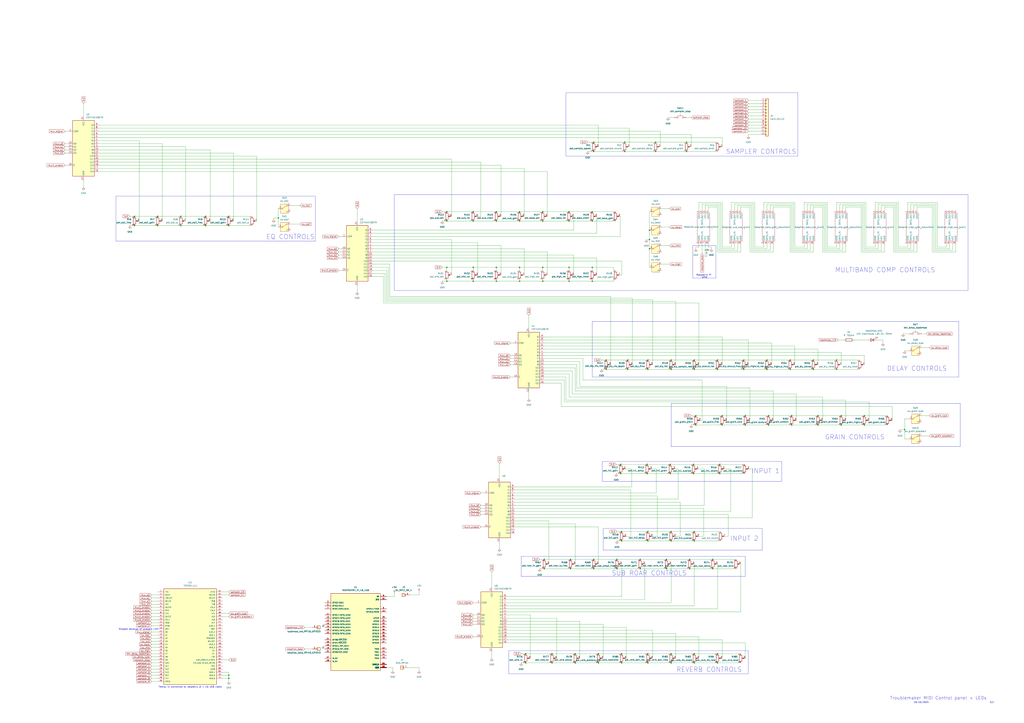
<source format=kicad_sch>
(kicad_sch (version 20231120) (generator "eeschema") (generator_version "8.0")
  (paper "A1")
  (junction (at 629.92 295.91))
  (junction (at 551.18 537.21))
  (junction (at 570.23 544.83))
  (junction (at 110.49 185.42))
  (junction (at 445.77 181.61))
  (junction (at 538.48 124.46))
  (junction (at 431.8 544.83))
  (junction (at 168.91 185.42))
  (junction (at 532.13 303.53))
  (junction (at 589.28 544.83))
  (junction (at 631.19 349.25))
  (junction (at 491.49 544.83))
  (junction (at 445.77 173.99))
  (junction (at 468.63 459.74))
  (junction (at 570.23 436.88))
  (junction (at 510.54 444.5))
  (junction (at 690.88 349.25))
  (junction (at 509.905 389.255))
  (junction (at 612.14 349.25))
  (junction (at 426.72 231.14))
  (junction (at 129.54 177.8))
  (junction (at 487.68 467.36))
  (junction (at 563.88 116.84))
  (junction (at 487.68 124.46))
  (junction (at 487.68 116.84))
  (junction (at 487.68 459.74))
  (junction (at 467.36 173.99))
  (junction (at 551.18 444.5))
  (junction (at 648.97 295.91))
  (junction (at 650.24 341.63))
  (junction (at 472.44 544.83))
  (junction (at 426.72 219.71))
  (junction (at 533.4 189.23))
  (junction (at 506.73 467.36))
  (junction (at 148.59 177.8))
  (junction (at 569.595 381.635))
  (junction (at 447.04 467.36))
  (junction (at 129.54 185.42))
  (junction (at 367.03 173.99))
  (junction (at 431.8 537.21))
  (junction (at 426.72 173.99))
  (junction (at 569.595 389.255))
  (junction (at 593.09 341.63))
  (junction (at 551.18 303.53))
  (junction (at 510.54 537.21))
  (junction (at 591.185 381.635))
  (junction (at 515.62 295.91))
  (junction (at 709.93 349.25))
  (junction (at 445.77 231.14))
  (junction (at 228.6 179.07))
  (junction (at 367.03 181.61))
  (junction (at 407.67 231.14))
  (junction (at 187.96 554.99))
  (junction (at 629.92 303.53))
  (junction (at 687.07 295.91))
  (junction (at 532.13 444.5))
  (junction (at 566.42 459.74))
  (junction (at 531.495 389.255))
  (junction (at 467.36 219.71))
  (junction (at 671.83 341.63))
  (junction (at 491.49 537.21))
  (junction (at 570.23 303.53))
  (junction (at 589.28 303.53))
  (junction (at 497.84 303.53))
  (junction (at 709.93 341.63))
  (junction (at 570.23 444.5))
  (junction (at 486.41 219.71))
  (junction (at 467.36 231.14))
  (junction (at 367.03 219.71))
  (junction (at 388.62 231.14))
  (junction (at 110.49 177.8))
  (junction (at 631.19 341.63))
  (junction (at 367.03 231.14))
  (junction (at 453.39 537.21))
  (junction (at 187.96 185.42))
  (junction (at 187.96 177.8))
  (junction (at 585.47 459.74))
  (junction (at 445.77 219.71))
  (junction (at 563.88 124.46))
  (junction (at 407.67 219.71))
  (junction (at 570.23 537.21))
  (junction (at 486.41 173.99))
  (junction (at 551.18 544.83))
  (junction (at 525.78 459.74))
  (junction (at 550.545 381.635))
  (junction (at 510.54 544.83))
  (junction (at 509.905 381.635))
  (junction (at 532.13 544.83))
  (junction (at 486.41 231.14))
  (junction (at 515.62 303.53))
  (junction (at 687.07 303.53))
  (junction (at 407.67 173.99))
  (junction (at 510.54 436.88))
  (junction (at 148.59 185.42))
  (junction (at 668.02 295.91))
  (junction (at 525.78 467.36))
  (junction (at 472.44 537.21))
  (junction (at 742.95 353.06))
  (junction (at 486.41 181.61))
  (junction (at 388.62 173.99))
  (junction (at 513.08 116.84))
  (junction (at 690.88 341.63))
  (junction (at 532.13 537.21))
  (junction (at 467.36 181.61))
  (junction (at 407.67 181.61))
  (junction (at 589.28 537.21))
  (junction (at 538.48 116.84))
  (junction (at 187.96 557.53))
  (junction (at 610.87 295.91))
  (junction (at 513.08 124.46))
  (junction (at 453.39 544.83))
  (junction (at 388.62 181.61))
  (junction (at 468.63 467.36))
  (junction (at 591.185 389.255))
  (junction (at 551.18 436.88))
  (junction (at 570.23 295.91))
  (junction (at 566.42 467.36))
  (junction (at 668.02 303.53))
  (junction (at 571.5 349.25))
  (junction (at 506.73 459.74))
  (junction (at 610.87 303.53))
  (junction (at 671.83 349.25))
  (junction (at 551.18 295.91))
  (junction (at 612.14 341.63))
  (junction (at 650.24 349.25))
  (junction (at 388.62 219.71))
  (junction (at 497.84 295.91))
  (junction (at 571.5 341.63))
  (junction (at 589.28 295.91))
  (junction (at 585.47 467.36))
  (junction (at 547.37 459.74))
  (junction (at 533.4 204.47))
  (junction (at 447.04 459.74))
  (junction (at 426.72 181.61))
  (junction (at 550.545 389.255))
  (junction (at 648.97 303.53))
  (junction (at 533.4 196.85))
  (junction (at 532.13 436.88))
  (junction (at 168.91 177.8))
  (junction (at 547.37 467.36))
  (junction (at 532.13 295.91))
  (junction (at 593.09 349.25))
  (junction (at 531.495 381.635))
  (wire (pts (xy 593.09 349.25) (xy 612.14 349.25)))
  (wire (pts (xy 306.07 201.93) (xy 411.48 201.93)))
  (wire (pts (xy 769.62 203.2) (xy 777.24 203.2)))
  (wire (pts (xy 491.49 433.07) (xy 422.91 433.07)))
  (wire (pts (xy 605.79 168.91) (xy 617.22 168.91)))
  (wire (pts (xy 742.95 344.17) (xy 746.76 344.17)))
  (wire (pts (xy 605.79 205.74) (xy 605.79 200.66)))
  (wire (pts (xy 410.21 445.77) (xy 410.21 450.85)))
  (wire (pts (xy 742.95 360.68) (xy 746.76 360.68)))
  (wire (pts (xy 278.13 209.55) (xy 280.67 209.55)))
  (wire (pts (xy 435.61 505.46) (xy 416.56 505.46)))
  (wire (pts (xy 532.13 436.88) (xy 551.18 436.88)))
  (wire (pts (xy 133.35 118.11) (xy 133.35 181.61)))
  (wire (pts (xy 514.35 541.02) (xy 514.35 515.62)))
  (wire (pts (xy 709.93 292.1) (xy 709.93 299.72)))
  (wire (pts (xy 486.41 181.61) (xy 505.46 181.61)))
  (wire (pts (xy 711.2 203.2) (xy 711.2 166.37)))
  (wire (pts (xy 784.86 207.01) (xy 765.81 207.01)))
  (wire (pts (xy 748.03 204.47) (xy 748.03 200.66)))
  (wire (pts (xy 533.4 189.23) (xy 533.4 196.85)))
  (wire (pts (xy 551.18 537.21) (xy 570.23 537.21)))
  (wire (pts (xy 506.73 467.36) (xy 525.78 467.36)))
  (wire (pts (xy 598.17 440.69) (xy 595.63 440.69)))
  (wire (pts (xy 513.08 116.84) (xy 538.48 116.84)))
  (wire (pts (xy 471.17 226.06) (xy 471.17 209.55)))
  (wire (pts (xy 769.62 166.37) (xy 769.62 203.2)))
  (wire (pts (xy 469.9 304.8) (xy 469.9 323.85)))
  (wire (pts (xy 600.71 172.72) (xy 600.71 166.37)))
  (wire (pts (xy 721.36 167.64) (xy 736.6 167.64)))
  (wire (pts (xy 447.04 297.18) (xy 476.25 297.18)))
  (wire (pts (xy 542.29 107.95) (xy 542.29 120.65)))
  (wire (pts (xy 367.03 231.14) (xy 388.62 231.14)))
  (wire (pts (xy 721.36 172.72) (xy 721.36 167.64)))
  (wire (pts (xy 187.96 185.42) (xy 207.01 185.42)))
  (wire (pts (xy 513.08 124.46) (xy 538.48 124.46)))
  (wire (pts (xy 81.28 140.97) (xy 449.58 140.97)))
  (wire (pts (xy 539.75 440.69) (xy 535.94 440.69)))
  (wire (pts (xy 725.17 281.94) (xy 725.17 279.4)))
  (wire (pts (xy 370.84 130.81) (xy 370.84 177.8)))
  (wire (pts (xy 487.68 116.84) (xy 513.08 116.84)))
  (wire (pts (xy 596.9 317.5) (xy 596.9 345.44)))
  (wire (pts (xy 306.07 189.23) (xy 471.17 189.23)))
  (wire (pts (xy 563.88 124.46) (xy 589.28 124.46)))
  (wire (pts (xy 435.61 541.02) (xy 435.61 505.46)))
  (wire (pts (xy 538.48 124.46) (xy 563.88 124.46)))
  (wire (pts (xy 320.04 243.84) (xy 501.65 243.84)))
  (wire (pts (xy 748.03 167.64) (xy 768.35 167.64)))
  (wire (pts (xy 322.58 548.64) (xy 322.58 551.18)))
  (wire (pts (xy 694.69 345.44) (xy 694.69 328.93)))
  (wire (pts (xy 678.18 167.64) (xy 678.18 204.47)))
  (wire (pts (xy 250.19 515.62) (xy 256.54 515.62)))
  (wire (pts (xy 756.92 358.14) (xy 763.27 358.14)))
  (wire (pts (xy 690.88 299.72) (xy 690.88 289.56)))
  (wire (pts (xy 739.14 353.06) (xy 742.95 353.06)))
  (wire (pts (xy 614.68 95.25) (xy 624.84 95.25)))
  (wire (pts (xy 53.34 120.65) (xy 55.88 120.65)))
  (wire (pts (xy 110.49 185.42) (xy 129.54 185.42)))
  (wire (pts (xy 472.44 537.21) (xy 491.49 537.21)))
  (wire (pts (xy 571.5 349.25) (xy 593.09 349.25)))
  (wire (pts (xy 589.28 463.55) (xy 589.28 500.38)))
  (wire (pts (xy 278.13 222.25) (xy 280.67 222.25)))
  (wire (pts (xy 463.55 312.42) (xy 463.55 330.2)))
  (wire (pts (xy 580.39 210.82) (xy 580.39 209.55)))
  (wire (pts (xy 504.19 231.14) (xy 486.41 231.14)))
  (wire (pts (xy 53.34 135.89) (xy 55.88 135.89)))
  (wire (pts (xy 68.58 148.59) (xy 68.58 153.67)))
  (wire (pts (xy 467.36 231.14) (xy 486.41 231.14)))
  (wire (pts (xy 392.43 199.39) (xy 306.07 199.39)))
  (wire (pts (xy 768.35 167.64) (xy 768.35 204.47)))
  (wire (pts (xy 782.32 205.74) (xy 782.32 200.66)))
  (wire (pts (xy 578.485 385.445) (xy 573.405 385.445)))
  (wire (pts (xy 472.44 302.26) (xy 472.44 321.31)))
  (wire (pts (xy 668.02 207.01) (xy 648.97 207.01)))
  (wire (pts (xy 558.8 440.69) (xy 558.8 412.75)))
  (wire (pts (xy 457.2 541.02) (xy 457.2 508)))
  (wire (pts (xy 676.91 168.91) (xy 676.91 205.74)))
  (wire (pts (xy 651.51 167.64) (xy 651.51 204.47)))
  (wire (pts (xy 567.69 349.25) (xy 571.5 349.25)))
  (wire (pts (xy 567.69 341.63) (xy 571.5 341.63)))
  (wire (pts (xy 648.97 295.91) (xy 668.02 295.91)))
  (wire (pts (xy 554.99 520.7) (xy 554.99 541.02)))
  (wire (pts (xy 768.35 204.47) (xy 779.78 204.47)))
  (wire (pts (xy 676.91 205.74) (xy 692.15 205.74)))
  (wire (pts (xy 191.77 125.73) (xy 191.77 181.61)))
  (wire (pts (xy 53.34 107.95) (xy 55.88 107.95)))
  (wire (pts (xy 467.36 181.61) (xy 486.41 181.61)))
  (wire (pts (xy 81.28 130.81) (xy 370.84 130.81)))
  (wire (pts (xy 614.68 97.79) (xy 624.84 97.79)))
  (wire (pts (xy 306.07 194.31) (xy 509.27 194.31)))
  (wire (pts (xy 627.38 203.2) (xy 627.38 200.66)))
  (wire (pts (xy 363.22 219.71) (xy 367.03 219.71)))
  (wire (pts (xy 551.18 463.55) (xy 551.18 495.3)))
  (wire (pts (xy 416.56 518.16) (xy 535.94 518.16)))
  (wire (pts (xy 574.04 172.72) (xy 574.04 166.37)))
  (wire (pts (xy 509.27 177.8) (xy 509.27 194.31)))
  (wire (pts (xy 591.82 167.64) (xy 591.82 204.47)))
  (wire (pts (xy 314.96 248.92) (xy 314.96 227.33)))
  (wire (pts (xy 531.495 389.255) (xy 550.545 389.255)))
  (wire (pts (xy 707.39 170.18) (xy 694.69 170.18)))
  (wire (pts (xy 525.78 467.36) (xy 547.37 467.36)))
  (wire (pts (xy 600.075 420.37) (xy 600.075 385.445)))
  (wire (pts (xy 467.36 307.34) (xy 467.36 326.39)))
  (wire (pts (xy 750.57 168.91) (xy 767.08 168.91)))
  (wire (pts (xy 447.04 302.26) (xy 472.44 302.26)))
  (wire (pts (xy 635 321.31) (xy 635 345.44)))
  (wire (pts (xy 81.28 102.87) (xy 491.49 102.87)))
  (wire (pts (xy 422.91 422.91) (xy 598.17 422.91)))
  (wire (pts (xy 629.92 303.53) (xy 648.97 303.53)))
  (wire (pts (xy 495.3 541.02) (xy 495.3 513.08)))
  (wire (pts (xy 713.74 330.2) (xy 713.74 345.44)))
  (wire (pts (xy 556.895 410.21) (xy 556.895 385.445)))
  (wire (pts (xy 632.46 172.72) (xy 632.46 168.91)))
  (wire (pts (xy 124.46 529.59) (xy 129.54 529.59)))
  (wire (pts (xy 574.04 299.72) (xy 574.04 248.92)))
  (wire (pts (xy 422.91 405.13) (xy 539.115 405.13)))
  (wire (pts (xy 306.07 207.01) (xy 449.58 207.01)))
  (wire (pts (xy 478.79 312.42) (xy 576.58 312.42)))
  (wire (pts (xy 591.185 381.635) (xy 611.505 381.635)))
  (wire (pts (xy 434.34 259.08) (xy 434.34 269.24)))
  (wire (pts (xy 721.36 204.47) (xy 721.36 200.66)))
  (wire (pts (xy 518.16 402.59) (xy 518.16 440.69)))
  (wire (pts (xy 491.49 463.55) (xy 491.49 433.07)))
  (wire (pts (xy 494.03 303.53) (xy 497.84 303.53)))
  (wire (pts (xy 124.46 511.81) (xy 129.54 511.81)))
  (wire (pts (xy 708.66 205.74) (xy 723.9 205.74)))
  (wire (pts (xy 518.16 440.69) (xy 514.35 440.69)))
  (wire (pts (xy 314.96 227.33) (xy 306.07 227.33)))
  (wire (pts (xy 543.56 217.17) (xy 549.91 217.17)))
  (wire (pts (xy 532.13 544.83) (xy 551.18 544.83)))
  (wire (pts (xy 152.4 120.65) (xy 152.4 181.61)))
  (wire (pts (xy 614.68 85.09) (xy 624.84 85.09)))
  (wire (pts (xy 651.51 204.47) (xy 662.94 204.47)))
  (wire (pts (xy 497.84 295.91) (xy 515.62 295.91)))
  (wire (pts (xy 612.14 341.63) (xy 631.19 341.63)))
  (wire (pts (xy 426.72 222.25) (xy 426.72 219.71)))
  (wire (pts (xy 509.905 381.635) (xy 531.495 381.635)))
  (wire (pts (xy 478.79 294.64) (xy 478.79 312.42)))
  (wire (pts (xy 510.54 436.88) (xy 532.13 436.88)))
  (wire (pts (xy 510.54 444.5) (xy 532.13 444.5)))
  (wire (pts (xy 614.68 87.63) (xy 624.84 87.63)))
  (wire (pts (xy 124.46 557.53) (xy 129.54 557.53)))
  (wire (pts (xy 124.46 544.83) (xy 129.54 544.83)))
  (wire (pts (xy 558.8 440.69) (xy 554.99 440.69)))
  (wire (pts (xy 675.64 326.39) (xy 675.64 345.44)))
  (wire (pts (xy 614.68 90.17) (xy 624.84 90.17)))
  (wire (pts (xy 445.77 181.61) (xy 467.36 181.61)))
  (wire (pts (xy 472.44 321.31) (xy 635 321.31)))
  (wire (pts (xy 736.6 167.64) (xy 736.6 204.47)))
  (wire (pts (xy 344.17 548.64) (xy 344.17 551.18)))
  (wire (pts (xy 426.72 181.61) (xy 445.77 181.61)))
  (wire (pts (xy 124.46 514.35) (xy 129.54 514.35)))
  (wire (pts (xy 250.19 533.4) (xy 256.54 533.4)))
  (wire (pts (xy 431.8 537.21) (xy 453.39 537.21)))
  (wire (pts (xy 317.5 222.25) (xy 317.5 246.38)))
  (wire (pts (xy 133.35 118.11) (xy 81.28 118.11)))
  (wire (pts (xy 570.23 444.5) (xy 591.82 444.5)))
  (wire (pts (xy 410.21 381) (xy 410.21 392.43)))
  (wire (pts (xy 447.04 284.48) (xy 652.78 284.48)))
  (wire (pts (xy 449.58 226.06) (xy 449.58 207.01)))
  (wire (pts (xy 725.17 279.4) (xy 720.09 279.4)))
  (wire (pts (xy 589.28 170.18) (xy 581.66 170.18)))
  (wire (pts (xy 363.22 181.61) (xy 367.03 181.61)))
  (wire (pts (xy 506.73 459.74) (xy 525.78 459.74)))
  (wire (pts (xy 491.49 537.21) (xy 510.54 537.21)))
  (wire (pts (xy 224.79 180.34) (xy 224.79 179.07)))
  (wire (pts (xy 660.4 166.37) (xy 679.45 166.37)))
  (wire (pts (xy 191.77 125.73) (xy 81.28 125.73)))
  (wire (pts (xy 445.77 173.99) (xy 467.36 173.99)))
  (wire (pts (xy 124.46 504.19) (xy 129.54 504.19)))
  (wire (pts (xy 486.41 229.87) (xy 486.41 231.14)))
  (wire (pts (xy 589.28 537.21) (xy 608.33 537.21)))
  (wire (pts (xy 767.08 205.74) (xy 782.32 205.74)))
  (wire (pts (xy 694.69 207.01) (xy 675.64 207.01)))
  (wire (pts (xy 532.13 303.53) (xy 551.18 303.53)))
  (wire (pts (xy 394.97 405.13) (xy 397.51 405.13)))
  (wire (pts (xy 491.49 544.83) (xy 510.54 544.83)))
  (wire (pts (xy 563.88 116.84) (xy 589.28 116.84)))
  (wire (pts (xy 510.54 544.83) (xy 532.13 544.83)))
  (wire (pts (xy 668.02 170.18) (xy 668.02 172.72)))
  (wire (pts (xy 585.47 467.36) (xy 604.52 467.36)))
  (wire (pts (xy 388.62 510.54) (xy 391.16 510.54)))
  (wire (pts (xy 403.86 535.94) (xy 403.86 541.02)))
  (wire (pts (xy 671.83 349.25) (xy 690.88 349.25)))
  (wire (pts (xy 124.46 521.97) (xy 129.54 521.97)))
  (wire (pts (xy 403.86 469.9) (xy 403.86 482.6)))
  (wire (pts (xy 422.91 402.59) (xy 518.16 402.59)))
  (wire (pts (xy 692.15 172.72) (xy 692.15 168.91)))
  (wire (pts (xy 106.68 185.42) (xy 110.49 185.42)))
  (wire (pts (xy 627.38 172.72) (xy 627.38 166.37)))
  (wire (pts (xy 416.56 528.32) (xy 612.14 528.32)))
  (wire (pts (xy 367.03 181.61) (xy 388.62 181.61)))
  (wire (pts (xy 756.92 274.32) (xy 760.73 274.32)))
  (wire (pts (xy 394.97 433.07) (xy 397.51 433.07)))
  (wire (pts (xy 182.88 557.53) (xy 187.96 557.53)))
  (wire (pts (xy 516.89 120.65) (xy 516.89 105.41)))
  (wire (pts (xy 581.66 200.66) (xy 581.66 203.2)))
  (wire (pts (xy 543.56 201.93) (xy 549.91 201.93)))
  (wire (pts (xy 461.01 314.96) (xy 447.04 314.96)))
  (wire (pts (xy 741.68 274.32) (xy 746.76 274.32)))
  (wire (pts (xy 593.09 203.2) (xy 600.71 203.2)))
  (wire (pts (xy 306.07 212.09) (xy 490.22 212.09)))
  (wire (pts (xy 689.61 172.72) (xy 689.61 167.64)))
  (wire (pts (xy 388.62 229.87) (xy 388.62 231.14)))
  (wire (pts (xy 753.11 200.66) (xy 753.11 207.01)))
  (wire (pts (xy 543.56 171.45) (xy 549.91 171.45)))
  (wire (pts (xy 701.04 279.4) (xy 712.47 279.4)))
  (wire (pts (xy 124.46 542.29) (xy 129.54 542.29)))
  (wire (pts (xy 605.79 172.72) (xy 605.79 168.91)))
  (wire (pts (xy 576.58 172.72) (xy 576.58 167.64)))
  (wire (pts (xy 723.9 205.74) (xy 723.9 200.66)))
  (wire (pts (xy 608.33 170.18) (xy 608.33 172.72)))
  (wire (pts (xy 723.9 172.72) (xy 723.9 168.91)))
  (wire (pts (xy 210.82 128.27) (xy 210.82 181.61)))
  (wire (pts (xy 533.4 173.99) (xy 533.4 189.23)))
  (wire (pts (xy 427.99 537.21) (xy 431.8 537.21)))
  (wire (pts (xy 514.35 515.62) (xy 416.56 515.62)))
  (wire (pts (xy 431.8 544.83) (xy 453.39 544.83)))
  (wire (pts (xy 449.58 140.97) (xy 449.58 177.8)))
  (wire (pts (xy 388.62 173.99) (xy 407.67 173.99)))
  (wire (pts (xy 662.94 172.72) (xy 662.94 167.64)))
  (wire (pts (xy 168.91 177.8) (xy 187.96 177.8)))
  (wire (pts (xy 430.53 138.43) (xy 430.53 177.8)))
  (wire (pts (xy 426.72 231.14) (xy 445.77 231.14)))
  (wire (pts (xy 694.69 170.18) (xy 694.69 172.72)))
  (wire (pts (xy 506.095 381.635) (xy 509.905 381.635)))
  (wire (pts (xy 468.63 467.36) (xy 487.68 467.36)))
  (wire (pts (xy 472.44 430.53) (xy 472.44 463.55)))
  (wire (pts (xy 445.77 219.71) (xy 467.36 219.71)))
  (wire (pts (xy 571.5 203.2) (xy 574.04 203.2)))
  (wire (pts (xy 707.39 207.01) (xy 707.39 170.18)))
  (wire (pts (xy 590.55 168.91) (xy 590.55 205.74)))
  (wire (pts (xy 422.91 412.75) (xy 558.8 412.75)))
  (wire (pts (xy 124.46 532.13) (xy 129.54 532.13)))
  (wire (pts (xy 114.3 115.57) (xy 81.28 115.57)))
  (wire (pts (xy 445.77 222.25) (xy 445.77 219.71)))
  (wire (pts (xy 614.68 107.95) (xy 624.84 107.95)))
  (wire (pts (xy 690.88 341.63) (xy 709.93 341.63)))
  (wire (pts (xy 753.11 170.18) (xy 753.11 172.72)))
  (wire (pts (xy 600.71 166.37) (xy 619.76 166.37)))
  (wire (pts (xy 753.11 207.01) (xy 734.06 207.01)))
  (wire (pts (xy 306.07 214.63) (xy 510.54 214.63)))
  (wire (pts (xy 467.36 219.71) (xy 486.41 219.71)))
  (wire (pts (xy 709.93 341.63) (xy 728.98 341.63)))
  (wire (pts (xy 447.04 292.1) (xy 709.93 292.1)))
  (wire (pts (xy 106.68 177.8) (xy 110.49 177.8)))
  (wire (pts (xy 407.67 181.61) (xy 426.72 181.61)))
  (wire (pts (xy 506.095 389.255) (xy 509.905 389.255)))
  (wire (pts (xy 506.73 436.88) (xy 510.54 436.88)))
  (wire (pts (xy 576.58 200.66) (xy 576.58 208.28)))
  (wire (pts (xy 422.91 420.37) (xy 600.075 420.37)))
  (wire (pts (xy 426.72 173.99) (xy 445.77 173.99)))
  (wire (pts (xy 539.115 385.445) (xy 535.305 385.445)))
  (wire (pts (xy 476.25 510.54) (xy 416.56 510.54)))
  (wire (pts (xy 124.46 506.73) (xy 129.54 506.73)))
  (wire (pts (xy 416.56 525.78) (xy 593.09 525.78)))
  (wire (pts (xy 504.19 219.71) (xy 486.41 219.71)))
  (wire (pts (xy 450.85 427.99) (xy 450.85 463.55)))
  (wire (pts (xy 320.04 217.17) (xy 320.04 243.84)))
  (wire (pts (xy 278.13 212.09) (xy 280.67 212.09)))
  (wire (pts (xy 570.23 436.88) (xy 591.82 436.88)))
  (wire (pts (xy 617.855 425.45) (xy 617.855 385.445)))
  (wire (pts (xy 419.1 294.64) (xy 421.64 294.64)))
  (wire (pts (xy 668.02 295.91) (xy 687.07 295.91)))
  (wire (pts (xy 419.1 299.72) (xy 421.64 299.72)))
  (wire (pts (xy 648.97 170.18) (xy 635 170.18)))
  (wire (pts (xy 735.33 205.74) (xy 750.57 205.74)))
  (wire (pts (xy 447.04 289.56) (xy 690.88 289.56)))
  (wire (pts (xy 593.09 525.78) (xy 593.09 541.02)))
  (wire (pts (xy 589.28 544.83) (xy 608.33 544.83)))
  (wire (pts (xy 388.62 219.71) (xy 407.67 219.71)))
  (wire (pts (xy 416.56 520.7) (xy 554.99 520.7)))
  (wire (pts (xy 748.03 172.72) (xy 748.03 167.64)))
  (wire (pts (xy 756.92 285.75) (xy 763.27 285.75)))
  (wire (pts (xy 490.22 177.8) (xy 490.22 191.77)))
  (wire (pts (xy 419.1 292.1) (xy 421.64 292.1)))
  (wire (pts (xy 81.28 110.49) (xy 567.69 110.49)))
  (wire (pts (xy 426.72 219.71) (xy 445.77 219.71)))
  (wire (pts (xy 461.01 334.01) (xy 461.01 314.96)))
  (wire (pts (xy 407.67 219.71) (xy 426.72 219.71)))
  (wire (pts (xy 650.24 349.25) (xy 671.83 349.25)))
  (wire (pts (xy 53.34 123.19) (xy 55.88 123.19)))
  (wire (pts (xy 593.09 166.37) (xy 593.09 203.2)))
  (wire (pts (xy 124.46 552.45) (xy 129.54 552.45)))
  (wire (pts (xy 416.56 492.76) (xy 529.59 492.76)))
  (wire (pts (xy 687.07 303.53) (xy 706.12 303.53)))
  (wire (pts (xy 486.41 222.25) (xy 486.41 219.71)))
  (wire (pts (xy 579.12 200.66) (xy 579.12 210.82)))
  (wire (pts (xy 461.01 334.01) (xy 732.79 334.01)))
  (wire (pts (xy 388.62 181.61) (xy 407.67 181.61)))
  (wire (pts (xy 394.97 133.35) (xy 394.97 177.8)))
  (wire (pts (xy 81.28 105.41) (xy 516.89 105.41)))
  (wire (pts (xy 668.02 200.66) (xy 668.02 207.01)))
  (wire (pts (xy 168.91 185.42) (xy 187.96 185.42)))
  (wire (pts (xy 532.13 295.91) (xy 551.18 295.91)))
  (wire (pts (xy 510.54 490.22) (xy 416.56 490.22)))
  (wire (pts (xy 317.5 548.64) (xy 322.58 548.64)))
  (wire (pts (xy 618.49 167.64) (xy 618.49 204.47)))
  (wire (pts (xy 434.34 322.58) (xy 434.34 327.66)))
  (wire (pts (xy 394.97 133.35) (xy 81.28 133.35)))
  (wire (pts (xy 648.97 303.53) (xy 668.02 303.53)))
  (wire (pts (xy 566.42 467.36) (xy 585.47 467.36)))
  (wire (pts (xy 518.795 385.445) (xy 513.715 385.445)))
  (wire (pts (xy 734.06 170.18) (xy 726.44 170.18)))
  (wire (pts (xy 129.54 177.8) (xy 148.59 177.8)))
  (wire (pts (xy 504.19 229.87) (xy 504.19 231.14)))
  (wire (pts (xy 293.37 171.45) (xy 293.37 181.61)))
  (wire (pts (xy 589.28 303.53) (xy 610.87 303.53)))
  (wire (pts (xy 124.46 527.05) (xy 129.54 527.05)))
  (wire (pts (xy 619.76 166.37) (xy 619.76 203.2)))
  (wire (pts (xy 574.04 166.37) (xy 593.09 166.37)))
  (wire (pts (xy 694.69 200.66) (xy 694.69 207.01)))
  (wire (pts (xy 576.58 312.42) (xy 576.58 345.44)))
  (wire (pts (xy 491.49 120.65) (xy 491.49 102.87)))
  (wire (pts (xy 392.43 199.39) (xy 392.43 226.06)))
  (wire (pts (xy 570.23 497.84) (xy 570.23 463.55)))
  (wire (pts (xy 388.62 508) (xy 391.16 508)))
  (wire (pts (xy 547.37 467.36) (xy 566.42 467.36)))
  (wire (pts (xy 394.97 420.37) (xy 397.51 420.37)))
  (wire (pts (xy 422.91 400.05) (xy 518.795 400.05)))
  (wire (pts (xy 635 170.18) (xy 635 172.72)))
  (wire (pts (xy 487.68 467.36) (xy 506.73 467.36)))
  (wire (pts (xy 632.46 205.74) (xy 632.46 200.66)))
  (wire (pts (xy 732.79 345.44) (xy 732.79 334.01)))
  (wire (pts (xy 443.23 459.74) (xy 447.04 459.74)))
  (wire (pts (xy 745.49 203.2) (xy 745.49 200.66)))
  (wire (pts (xy 608.33 200.66) (xy 608.33 207.01)))
  (wire (pts (xy 692.15 168.91) (xy 708.66 168.91)))
  (wire (pts (xy 675.64 170.18) (xy 668.02 170.18)))
  (wire (pts (xy 182.88 504.19) (xy 187.96 504.19)))
  (wire (pts (xy 504.19 222.25) (xy 504.19 219.71)))
  (wire (pts (xy 317.5 246.38) (xy 535.94 246.38)))
  (wire (pts (xy 497.84 303.53) (xy 515.62 303.53)))
  (wire (pts (xy 617.22 205.74) (xy 632.46 205.74)))
  (wire (pts (xy 490.22 212.09) (xy 490.22 226.06)))
  (wire (pts (xy 648.97 207.01) (xy 648.97 170.18)))
  (wire (pts (xy 603.25 172.72) (xy 603.25 167.64)))
  (wire (pts (xy 569.595 381.635) (xy 591.185 381.635)))
  (wire (pts (xy 293.37 234.95) (xy 293.37 240.03)))
  (wire (pts (xy 515.62 295.91) (xy 532.13 295.91)))
  (wire (pts (xy 735.33 168.91) (xy 735.33 205.74)))
  (wire (pts (xy 547.37 459.74) (xy 566.42 459.74)))
  (wire (pts (xy 765.81 207.01) (xy 765.81 170.18)))
  (wire (pts (xy 306.07 222.25) (xy 317.5 222.25)))
  (wire (pts (xy 556.895 385.445) (xy 554.355 385.445)))
  (wire (pts (xy 81.28 107.95) (xy 542.29 107.95)))
  (wire (pts (xy 589.28 207.01) (xy 589.28 170.18)))
  (wire (pts (xy 422.91 425.45) (xy 617.855 425.45)))
  (wire (pts (xy 124.46 539.75) (xy 129.54 539.75)))
  (wire (pts (xy 632.46 168.91) (xy 650.24 168.91)))
  (wire (pts (xy 316.23 247.65) (xy 554.99 247.65)))
  (wire (pts (xy 53.34 118.11) (xy 55.88 118.11)))
  (wire (pts (xy 635 200.66) (xy 635 207.01)))
  (wire (pts (xy 510.54 226.06) (xy 509.27 226.06)))
  (wire (pts (xy 124.46 554.99) (xy 129.54 554.99)))
  (wire (pts (xy 598.17 440.69) (xy 598.17 422.91)))
  (wire (pts (xy 750.57 205.74) (xy 750.57 200.66)))
  (wire (pts (xy 367.03 222.25) (xy 367.03 219.71)))
  (wire (pts (xy 574.04 203.2) (xy 574.04 200.66)))
  (wire (pts (xy 591.185 389.255) (xy 611.505 389.255)))
  (wire (pts (xy 476.25 297.18) (xy 476.25 317.5)))
  (wire (pts (xy 734.06 207.01) (xy 734.06 170.18)))
  (wire (pts (xy 124.46 549.91) (xy 129.54 549.91)))
  (wire (pts (xy 654.05 345.44) (xy 654.05 323.85)))
  (wire (pts (xy 687.07 166.37) (xy 687.07 172.72)))
  (wire (pts (xy 407.67 222.25) (xy 407.67 219.71)))
  (wire (pts (xy 566.42 459.74) (xy 585.47 459.74)))
  (wire (pts (xy 510.54 463.55) (xy 510.54 490.22)))
  (wire (pts (xy 487.68 459.74) (xy 506.73 459.74)))
  (wire (pts (xy 447.04 459.74) (xy 468.63 459.74)))
  (wire (pts (xy 577.85 440.69) (xy 574.04 440.69)))
  (wire (pts (xy 318.77 219.71) (xy 306.07 219.71)))
  (wire (pts (xy 394.97 415.29) (xy 397.51 415.29)))
  (wire (pts (xy 124.46 537.21) (xy 129.54 537.21)))
  (wire (pts (xy 532.13 444.5) (xy 551.18 444.5)))
  (wire (pts (xy 430.53 204.47) (xy 430.53 226.06)))
  (wire (pts (xy 671.83 287.02) (xy 671.83 299.72)))
  (wire (pts (xy 124.46 547.37) (xy 129.54 547.37)))
  (wire (pts (xy 494.03 295.91) (xy 497.84 295.91)))
  (wire (pts (xy 124.46 509.27) (xy 129.54 509.27)))
  (wire (pts (xy 445.77 231.14) (xy 467.36 231.14)))
  (wire (pts (xy 629.92 167.64) (xy 651.51 167.64)))
  (wire (pts (xy 652.78 166.37) (xy 652.78 203.2)))
  (wire (pts (xy 614.68 105.41) (xy 624.84 105.41)))
  (wire (pts (xy 660.4 203.2) (xy 660.4 200.66)))
  (wire (pts (xy 228.6 179.07) (xy 228.6 186.69)))
  (wire (pts (xy 447.04 304.8) (xy 469.9 304.8)))
  (wire (pts (xy 584.2 203.2) (xy 584.2 204.47)))
  (wire (pts (xy 688.34 279.4) (xy 693.42 279.4)))
  (wire (pts (xy 363.22 231.14) (xy 367.03 231.14)))
  (wire (pts (xy 590.55 205.74) (xy 605.79 205.74)))
  (wire (pts (xy 519.43 245.11) (xy 318.77 245.11)))
  (wire (pts (xy 594.995 385.445) (xy 600.075 385.445)))
  (wire (pts (xy 711.2 166.37) (xy 687.07 166.37)))
  (wire (pts (xy 419.1 297.18) (xy 421.64 297.18)))
  (wire (pts (xy 571.5 341.63) (xy 593.09 341.63)))
  (wire (pts (xy 486.41 173.99) (xy 505.46 173.99)))
  (wire (pts (xy 124.46 524.51) (xy 129.54 524.51)))
  (wire (pts (xy 411.48 135.89) (xy 411.48 177.8)))
  (wire (pts (xy 416.56 523.24) (xy 574.04 523.24)))
  (wire (pts (xy 579.12 210.82) (xy 580.39 210.82)))
  (wire (pts (xy 631.19 341.63) (xy 650.24 341.63)))
  (wire (pts (xy 124.46 499.11) (xy 129.54 499.11)))
  (wire (pts (xy 422.91 407.67) (xy 539.75 407.67)))
  (wire (pts (xy 629.92 295.91) (xy 648.97 295.91)))
  (wire (pts (xy 615.95 207.01) (xy 615.95 170.18)))
  (wire (pts (xy 745.49 166.37) (xy 769.62 166.37)))
  (wire (pts (xy 182.88 552.45) (xy 187.96 552.45)))
  (wire (pts (xy 422.91 430.53) (xy 472.44 430.53)))
  (wire (pts (xy 550.545 389.255) (xy 569.595 389.255)))
  (wire (pts (xy 610.87 303.53) (xy 629.92 303.53)))
  (wire (pts (xy 574.04 248.92) (xy 314.96 248.92)))
  (wire (pts (xy 603.25 204.47) (xy 603.25 200.66)))
  (wire (pts (xy 471.17 209.55) (xy 306.07 209.55)))
  (wire (pts (xy 737.87 203.2) (xy 745.49 203.2)))
  (wire (pts (xy 692.15 205.74) (xy 692.15 200.66)))
  (wire (pts (xy 187.96 557.53) (xy 187.96 560.07)))
  (wire (pts (xy 614.68 100.33) (xy 624.84 100.33)))
  (wire (pts (xy 690.88 349.25) (xy 709.93 349.25)))
  (wire (pts (xy 576.58 345.44) (xy 575.31 345.44)))
  (wire (pts (xy 335.28 548.64) (xy 344.17 548.64)))
  (wire (pts (xy 317.5 490.22) (xy 323.85 490.22)))
  (wire (pts (xy 463.55 330.2) (xy 713.74 330.2)))
  (wire (pts (xy 495.3 513.08) (xy 416.56 513.08)))
  (wire (pts (xy 445.77 229.87) (xy 445.77 231.14)))
  (wire (pts (xy 533.4 204.47) (xy 533.4 219.71)))
  (wire (pts (xy 501.65 243.84) (xy 501.65 299.72)))
  (wire (pts (xy 629.92 172.72) (xy 629.92 167.64)))
  (wire (pts (xy 750.57 172.72) (xy 750.57 168.91)))
  (wire (pts (xy 172.72 123.19) (xy 172.72 181.61)))
  (wire (pts (xy 675.64 207.01) (xy 675.64 170.18)))
  (wire (pts (xy 394.97 422.91) (xy 397.51 422.91)))
  (wire (pts (xy 238.76 168.91) (xy 246.38 168.91)))
  (wire (pts (xy 650.24 341.63) (xy 671.83 341.63)))
  (wire (pts (xy 570.23 544.83) (xy 589.28 544.83)))
  (wire (pts (xy 447.04 467.36) (xy 468.63 467.36)))
  (wire (pts (xy 306.07 204.47) (xy 430.53 204.47)))
  (wire (pts (xy 723.9 168.91) (xy 735.33 168.91)))
  (wire (pts (xy 504.19 229.87) (xy 505.46 229.87)))
  (wire (pts (xy 633.73 281.94) (xy 633.73 299.72)))
  (wire (pts (xy 388.62 505.46) (xy 391.16 505.46)))
  (wire (pts (xy 388.62 495.3) (xy 391.16 495.3)))
  (wire (pts (xy 615.95 170.18) (xy 608.33 170.18)))
  (wire (pts (xy 278.13 204.47) (xy 280.67 204.47)))
  (wire (pts (xy 726.44 170.18) (xy 726.44 172.72)))
  (wire (pts (xy 589.28 295.91) (xy 610.87 295.91)))
  (wire (pts (xy 577.85 417.83) (xy 577.85 440.69)))
  (wire (pts (xy 411.48 201.93) (xy 411.48 226.06)))
  (wire (pts (xy 708.66 168.91) (xy 708.66 205.74)))
  (wire (pts (xy 525.78 459.74) (xy 547.37 459.74)))
  (wire (pts (xy 510.54 537.21) (xy 532.13 537.21)))
  (wire (pts (xy 172.72 123.19) (xy 81.28 123.19)))
  (wire (pts (xy 579.12 168.91) (xy 590.55 168.91)))
  (wire (pts (xy 576.58 167.64) (xy 591.82 167.64)))
  (wire (pts (xy 187.96 552.45) (xy 187.96 554.99)))
  (wire (pts (xy 210.82 128.27) (xy 81.28 128.27)))
  (wire (pts (xy 619.76 203.2) (xy 627.38 203.2)))
  (wire (pts (xy 447.04 281.94) (xy 633.73 281.94)))
  (wire (pts (xy 316.23 224.79) (xy 316.23 247.65)))
  (wire (pts (xy 182.88 542.29) (xy 187.96 542.29)))
  (wire (pts (xy 416.56 497.84) (xy 570.23 497.84)))
  (wire (pts (xy 518.795 400.05) (xy 518.795 385.445)))
  (wire (pts (xy 278.13 194.31) (xy 280.67 194.31)))
  (wire (pts (xy 736.6 204.47) (xy 748.03 204.47)))
  (wire (pts (xy 124.46 496.57) (xy 129.54 496.57)))
  (wire (pts (xy 447.04 312.42) (xy 463.55 312.42)))
  (wire (pts (xy 612.14 528.32) (xy 612.14 541.02)))
  (wire (pts (xy 148.59 185.42) (xy 168.91 185.42)))
  (wire (pts (xy 467.36 222.25) (xy 467.36 219.71)))
  (wire (pts (xy 467.36 173.99) (xy 486.41 173.99)))
  (wire (pts (xy 571.5 203.2) (xy 571.5 204.47)))
  (wire (pts (xy 81.28 113.03) (xy 593.09 113.03)))
  (wire (pts (xy 238.76 184.15) (xy 246.38 184.15)))
  (wire (pts (xy 665.48 168.91) (xy 676.91 168.91)))
  (wire (pts (xy 447.04 279.4) (xy 614.68 279.4)))
  (wire (pts (xy 614.68 110.49) (xy 614.68 111.76)))
  (wire (pts (xy 612.14 349.25) (xy 631.19 349.25)))
  (wire (pts (xy 531.495 381.635) (xy 550.545 381.635)))
  (wire (pts (xy 447.04 287.02) (xy 671.83 287.02)))
  (wire (pts (xy 629.92 204.47) (xy 629.92 200.66)))
  (wire (pts (xy 589.28 500.38) (xy 416.56 500.38)))
  (wire (pts (xy 535.94 518.16) (xy 535.94 541.02)))
  (wire (pts (xy 129.54 185.42) (xy 148.59 185.42)))
  (wire (pts (xy 476.25 541.02) (xy 476.25 510.54)))
  (wire (pts (xy 779.78 204.47) (xy 779.78 200.66)))
  (wire (pts (xy 509.905 389.255) (xy 531.495 389.255)))
  (wire (pts (xy 610.87 295.91) (xy 629.92 295.91)))
  (wire (pts (xy 543.56 186.69) (xy 549.91 186.69)))
  (wire (pts (xy 665.48 205.74) (xy 665.48 200.66)))
  (wire (pts (xy 551.18 295.91) (xy 570.23 295.91)))
  (wire (pts (xy 148.59 177.8) (xy 168.91 177.8)))
  (wire (pts (xy 124.46 491.49) (xy 129.54 491.49)))
  (wire (pts (xy 784.86 200.66) (xy 784.86 207.01)))
  (wire (pts (xy 718.82 172.72) (xy 718.82 166.37)))
  (wire (pts (xy 182.88 506.73) (xy 187.96 506.73)))
  (wire (pts (xy 777.24 203.2) (xy 777.24 200.66)))
  (wire (pts (xy 370.84 196.85) (xy 370.84 226.06)))
  (wire (pts (xy 388.62 222.25) (xy 388.62 219.71)))
  (wire (pts (xy 600.71 203.2) (xy 600.71 200.66)))
  (wire (pts (xy 306.07 191.77) (xy 490.22 191.77)))
  (wire (pts (xy 394.97 417.83) (xy 397.51 417.83)))
  (wire (pts (xy 422.91 427.99) (xy 450.85 427.99)))
  (wire (pts (xy 323.85 490.22) (xy 323.85 487.68)))
  (wire (pts (xy 467.36 229.87) (xy 467.36 231.14)))
  (wire (pts (xy 468.63 459.74) (xy 487.68 459.74)))
  (wire (pts (xy 687.07 295.91) (xy 706.12 295.91)))
  (wire (pts (xy 614.68 92.71) (xy 624.84 92.71)))
  (wire (pts (xy 422.91 410.21) (xy 556.895 410.21)))
  (wire (pts (xy 388.62 523.24) (xy 391.16 523.24)))
  (wire (pts (xy 593.09 276.86) (xy 593.09 299.72)))
  (wire (pts (xy 718.82 203.2) (xy 711.2 203.2)))
  (wire (pts (xy 689.61 167.64) (xy 709.93 167.64)))
  (wire (pts (xy 539.115 405.13) (xy 539.115 385.445)))
  (wire (pts (xy 635 207.01) (xy 615.95 207.01)))
  (wire (pts (xy 578.485 415.29) (xy 578.485 385.445)))
  (wire (pts (xy 81.28 135.89) (xy 411.48 135.89)))
  (wire (pts (xy 687.07 203.2) (xy 687.07 200.66)))
  (wire (pts (xy 519.43 299.72) (xy 519.43 245.11)))
  (wire (pts (xy 709.93 349.25) (xy 728.98 349.25)))
  (wire (pts (xy 567.69 110.49) (xy 567.69 120.65)))
  (wire (pts (xy 124.46 560.07) (xy 129.54 560.07)))
  (wire (pts (xy 228.6 171.45) (xy 228.6 179.07)))
  (wire (pts (xy 367.03 173.99) (xy 388.62 173.99)))
  (wire (pts (xy 678.18 204.47) (xy 689.61 204.47)))
  (wire (pts (xy 110.49 177.8) (xy 129.54 177.8)))
  (wire (pts (xy 124.46 494.03) (xy 129.54 494.03)))
  (wire (pts (xy 551.18 303.53) (xy 570.23 303.53)))
  (wire (pts (xy 551.18 436.88) (xy 570.23 436.88)))
  (wire (pts (xy 548.64 96.52) (xy 553.72 96.52)))
  (wire (pts (xy 515.62 303.53) (xy 532.13 303.53)))
  (wire (pts (xy 662.94 204.47) (xy 662.94 200.66)))
  (wire (pts (xy 574.04 523.24) (xy 574.04 541.02)))
  (wire (pts (xy 306.07 224.79) (xy 316.23 224.79)))
  (wire (pts (xy 443.23 467.36) (xy 447.04 467.36)))
  (wire (pts (xy 579.12 172.72) (xy 579.12 168.91)))
  (wire (pts (xy 718.82 166.37) (xy 737.87 166.37)))
  (wire (pts (xy 344.17 486.41) (xy 344.17 488.95)))
  (wire (pts (xy 652.78 203.2) (xy 660.4 203.2)))
  (wire (pts (xy 487.68 124.46) (xy 513.08 124.46)))
  (wire (pts (xy 608.33 207.01) (xy 589.28 207.01)))
  (wire (pts (xy 152.4 120.65) (xy 81.28 120.65)))
  (wire (pts (xy 427.99 544.83) (xy 431.8 544.83)))
  (wire (pts (xy 551.18 495.3) (xy 416.56 495.3)))
  (wire (pts (xy 306.07 217.17) (xy 320.04 217.17)))
  (wire (pts (xy 471.17 189.23) (xy 471.17 177.8)))
  (wire (pts (xy 618.49 204.47) (xy 629.92 204.47)))
  (wire (pts (xy 419.1 281.94) (xy 421.64 281.94)))
  (wire (pts (xy 654.05 323.85) (xy 469.9 323.85)))
  (wire (pts (xy 603.25 167.64) (xy 618.49 167.64)))
  (wire (pts (xy 617.22 168.91) (xy 617.22 205.74)))
  (wire (pts (xy 614.68 110.49) (xy 624.84 110.49)))
  (wire (pts (xy 467.36 326.39) (xy 675.64 326.39)))
  (wire (pts (xy 124.46 488.95) (xy 129.54 488.95)))
  (wire (pts (xy 737.87 166.37) (xy 737.87 203.2)))
  (wire (pts (xy 472.44 544.83) (xy 491.49 544.83)))
  (wire (pts (xy 482.6 124.46) (xy 487.68 124.46)))
  (wire (pts (xy 533.4 196.85) (xy 533.4 204.47)))
  (wire (pts (xy 388.62 231.14) (xy 407.67 231.14)))
  (wire (pts (xy 124.46 519.43) (xy 129.54 519.43)))
  (wire (pts (xy 53.34 125.73) (xy 55.88 125.73)))
  (wire (pts (xy 529.59 492.76) (xy 529.59 463.55)))
  (wire (pts (xy 453.39 544.83) (xy 472.44 544.83)))
  (wire (pts (xy 615.95 318.77) (xy 473.71 318.77)))
  (wire (pts (xy 538.48 116.84) (xy 563.88 116.84)))
  (wire (pts (xy 68.58 85.09) (xy 68.58 95.25)))
  (wire (pts (xy 668.02 303.53) (xy 687.07 303.53)))
  (wire (pts (xy 482.6 116.84) (xy 487.68 116.84)))
  (wire (pts (xy 224.79 179.07) (xy 228.6 179.07)))
  (wire (pts (xy 187.96 177.8) (xy 207.01 177.8)))
  (wire (pts (xy 650.24 168.91) (xy 650.24 205.74)))
  (wire (pts (xy 665.48 172.72) (xy 665.48 168.91)))
  (wire (pts (xy 551.18 444.5) (xy 570.23 444.5)))
  (wire (pts (xy 430.53 138.43) (xy 81.28 138.43)))
  (wire (pts (xy 756.92 341.63) (xy 763.27 341.63)))
  (wire (pts (xy 585.47 459.74) (xy 604.52 459.74)))
  (wire (pts (xy 765.81 170.18) (xy 753.11 170.18)))
  (wire (pts (xy 570.23 537.21) (xy 589.28 537.21)))
  (wire (pts (xy 318.77 245.11) (xy 318.77 219.71)))
  (wire (pts (xy 306.07 196.85) (xy 370.84 196.85)))
  (wire (pts (xy 742.95 288.29) (xy 746.76 288.29)))
  (wire (pts (xy 407.67 231.14) (xy 426.72 231.14)))
  (wire (pts (xy 187.96 554.99) (xy 187.96 557.53)))
  (wire (pts (xy 662.94 167.64) (xy 678.18 167.64)))
  (wire (pts (xy 407.67 229.87) (xy 407.67 231.14)))
  (wire (pts (xy 532.13 537.21) (xy 551.18 537.21)))
  (wire (pts (xy 453.39 537.21) (xy 472.44 537.21)))
  (wire (pts (xy 124.46 534.67) (xy 129.54 534.67)))
  (wire (pts (xy 767.08 168.91) (xy 767.08 205.74)))
  (wire (pts (xy 689.61 204.47) (xy 689.61 200.66)))
  (wire (pts (xy 570.23 303.53) (xy 589.28 303.53)))
  (wire (pts (xy 581.66 170.18) (xy 581.66 172.72)))
  (wire (pts (xy 742.95 360.68) (xy 742.95 353.06)))
  (wire (pts (xy 447.04 309.88) (xy 464.82 309.88)))
  (wire (pts (xy 182.88 554.99) (xy 187.96 554.99)))
  (wire (pts (xy 614.68 299.72) (xy 614.68 279.4)))
  (wire (pts (xy 554.99 247.65) (xy 554.99 299.72)))
  (wire (pts (xy 394.97 177.8) (xy 392.43 177.8)))
  (wire (pts (xy 447.04 299.72) (xy 473.71 299.72)))
  (wire (pts (xy 530.86 196.85) (xy 533.4 196.85)))
  (wire (pts (xy 416.56 502.92) (xy 608.33 502.92)))
  (wire (pts (xy 182.88 486.41) (xy 187.96 486.41)))
  (wire (pts (xy 581.66 203.2) (xy 584.2 203.2)))
  (wire (pts (xy 367.03 219.71) (xy 388.62 219.71)))
  (wire (pts (xy 426.72 229.87) (xy 426.72 231.14)))
  (wire (pts (xy 591.82 204.47) (xy 603.25 204.47)))
  (wire (pts (xy 627.38 166.37) (xy 652.78 166.37)))
  (wire (pts (xy 679.45 203.2) (xy 687.07 203.2)))
  (wire (pts (xy 363.22 173.99) (xy 367.03 173.99)))
  (wire (pts (xy 726.44 200.66) (xy 726.44 207.01)))
  (wire (pts (xy 114.3 115.57) (xy 114.3 181.61)))
  (wire (pts (xy 569.595 389.255) (xy 591.185 389.255)))
  (wire (pts (xy 367.03 229.87) (xy 367.03 231.14)))
  (wire (pts (xy 660.4 172.72) (xy 660.4 166.37)))
  (wire (pts (xy 614.68 102.87) (xy 624.84 102.87)))
  (wire (pts (xy 124.46 501.65) (xy 129.54 501.65)))
  (wire (pts (xy 671.83 341.63) (xy 690.88 341.63)))
  (wire (pts (xy 388.62 513.08) (xy 391.16 513.08)))
  (wire (pts (xy 535.94 246.38) (xy 535.94 299.72)))
  (wire (pts (xy 679.45 166.37) (xy 679.45 203.2)))
  (wire (pts (xy 447.04 307.34) (xy 467.36 307.34)))
  (wire (pts (xy 742.95 353.06) (xy 742.95 344.17)))
  (wire (pts (xy 550.545 381.635) (xy 569.595 381.635)))
  (wire (pts (xy 593.09 113.03) (xy 593.09 120.65)))
  (wire (pts (xy 419.1 309.88) (xy 421.64 309.88)))
  (wire (pts (xy 563.88 96.52) (xy 567.69 96.52)))
  (wire (pts (xy 608.33 502.92) (xy 608.33 463.55)))
  (wire (pts (xy 551.18 544.83) (xy 570.23 544.83)))
  (wire (pts (xy 617.855 385.445) (xy 615.315 385.445)))
  (wire (pts (xy 694.69 328.93) (xy 464.82 328.93)))
  (wire (pts (xy 718.82 200.66) (xy 718.82 203.2)))
  (wire (pts (xy 745.49 172.72) (xy 745.49 166.37)))
  (wire (pts (xy 278.13 207.01) (xy 280.67 207.01)))
  (wire (pts (xy 650.24 205.74) (xy 665.48 205.74)))
  (wire (pts (xy 473.71 299.72) (xy 473.71 318.77)))
  (wire (pts (xy 615.95 345.44) (xy 615.95 318.77)))
  (wire (pts (xy 709.93 204.47) (xy 721.36 204.47)))
  (wire (pts (xy 476.25 317.5) (xy 596.9 317.5)))
  (wire (pts (xy 726.44 207.01) (xy 707.39 207.01)))
  (wire (pts (xy 709.93 167.64) (xy 709.93 204.47)))
  (wire (pts (xy 344.17 488.95) (xy 336.55 488.95)))
  (wire (pts (xy 422.91 415.29) (xy 578.485 415.29)))
  (wire (pts (xy 504.19 222.25) (xy 505.46 222.25)))
  (wire (pts (xy 464.82 309.88) (xy 464.82 328.93)))
  (wire (pts (xy 447.04 294.64) (xy 478.79 294.64)))
  (wire (pts (xy 182.88 488.95) (xy 187.96 488.95)))
  (wire (pts (xy 407.67 173.99) (xy 426.72 173.99)))
  (wire (pts (xy 506.73 444.5) (xy 510.54 444.5)))
  (wire (pts (xy 631.19 349.25) (xy 650.24 349.25)))
  (wire (pts (xy 447.04 276.86) (xy 593.09 276.86)))
  (wire (pts (xy 593.09 341.63) (xy 612.14 341.63)))
  (wire (pts (xy 510.54 214.63) (xy 510.54 226.06)))
  (wire (pts (xy 539.75 407.67) (xy 539.75 440.69)))
  (wire (pts (xy 457.2 508) (xy 416.56 508)))
  (wire (pts (xy 422.91 417.83) (xy 577.85 417.83)))
  (wire (pts (xy 652.78 284.48) (xy 652.78 299.72)))
  (wire (pts (xy 614.68 82.55) (xy 624.84 82.55)))
  (wire (pts (xy 570.23 295.91) (xy 589.28 295.91)))
  (rectangle (start 568.96 201.93) (end 588.01 228.6))
  (rectangle (start 427.99 457.2) (end 612.14 473.71))
  (rectangle (start 494.665 379.095) (end 641.985 395.605))
  (rectangle (start 417.83 534.67) (end 614.68 553.72))
  (rectangle (start 464.82 76.2) (end 655.32 128.27))
  (rectangle (start 323.85 160.02) (end 795.02 238.76))
  (rectangle (start 495.3 434.34) (end 626.11 452.12))
  (rectangle (start 95.25 161.29) (end 259.08 198.12))
  (rectangle (start 486.41 264.16) (end 787.4 309.88))
  (rectangle (start 551.18 331.47) (end 788.67 367.03))
  (text "Skipped because of onboard LED" (at 113.538 517.144 0) (effects (font (size 1.27 1.27))))
  (text "Troublemaker MIDI Control panel + LEDs" (at 770.636 573.786 0) (effects (font (size 2.54 2.54))))
  (text "19/10/2024\n" (at 756.666 577.342 0) (effects (font (size 1.27 1.27))))
  (text "Raspberry PI \nGPIO\n" (at 578.612 227.076 0) (effects (font (size 1.27 1.27))))
  (text "SAMPLER CONTROLS" (at 625.094 124.714 0) (effects (font (size 3.81 3.81))))
  (text "DELAY CONTROLS\n" (at 753.11 303.022 0) (effects (font (size 3.81 3.81))))
  (text "EQ CONTROLS" (at 238.506 194.818 0) (effects (font (size 3.81 3.81))))
  (text "GRAIN CONTROLS\n" (at 702.056 359.41 0) (effects (font (size 3.81 3.81))))
  (text "Teensy is connected to raspberry pi 4 via USB cable" (at 156.21 564.642 0) (effects (font (size 1.27 1.27))))
  (text "INPUT 2" (at 611.378 442.722 0) (effects (font (size 3.81 3.81))))
  (text "SUB ROAR CONTROLS\n" (at 533.146 471.17 0) (effects (font (size 3.81 3.81))))
  (text "INPUT 1" (at 628.777 387.223 0) (effects (font (size 3.81 3.81))))
  (text "REVERB CONTROLS\n" (at 582.422 550.418 0) (effects (font (size 3.81 3.81))))
  (text "MULTIBAND COMP CONTROLS\n" (at 726.948 221.996 0) (effects (font (size 3.81 3.81))))
  (text "0.2" (at 814.578 577.342 0) (effects (font (size 1.27 1.27))))
  (global_label "mux_signal" (shape input) (at 278.13 194.31 180) (property "Intersheetrefs" "${INTERSHEET_REFS}" (effects (hide yes))))
  (global_label "sw_bass" (shape input) (at 549.91 186.69 0) (property "Intersheetrefs" "${INTERSHEET_REFS}" (effects (hide yes))))
  (global_label "sampler_1" (shape input) (at 614.68 82.55 180) (property "Intersheetrefs" "${INTERSHEET_REFS}" (effects (hide yes))))
  (global_label "sw_high" (shape input) (at 124.46 534.67 180) (property "Intersheetrefs" "${INTERSHEET_REFS}" (effects (hide yes))))
  (global_label "sampler_11" (shape input) (at 614.68 107.95 180) (property "Intersheetrefs" "${INTERSHEET_REFS}" (effects (hide yes))))
  (global_label "3v3" (shape input) (at 567.69 341.63 180) (property "Intersheetrefs" "${INTERSHEET_REFS}" (effects (hide yes))))
  (global_label "sw_high" (shape input) (at 549.91 217.17 0) (property "Intersheetrefs" "${INTERSHEET_REFS}" (effects (hide yes))))
  (global_label "sampler_11" (shape input) (at 187.96 488.95 0) (property "Intersheetrefs" "${INTERSHEET_REFS}" (effects (hide yes))))
  (global_label "sw_bass" (shape input) (at 124.46 529.59 180) (property "Intersheetrefs" "${INTERSHEET_REFS}" (effects (hide yes))))
  (global_label "sampler_6" (shape input) (at 124.46 552.45 180) (property "Intersheetrefs" "${INTERSHEET_REFS}" (effects (hide yes))))
  (global_label "mux_s3" (shape input) (at 419.1 299.72 180) (property "Intersheetrefs" "${INTERSHEET_REFS}" (effects (hide yes))))
  (global_label "mux5_enable" (shape input) (at 388.62 523.24 180) (property "Intersheetrefs" "${INTERSHEET_REFS}" (effects (hide yes))))
  (global_label "mux_s2" (shape input) (at 388.62 510.54 180) (property "Intersheetrefs" "${INTERSHEET_REFS}" (effects (hide yes))))
  (global_label "mux_s2" (shape input) (at 124.46 494.03 180) (property "Intersheetrefs" "${INTERSHEET_REFS}" (effects (hide yes))))
  (global_label "3v3" (shape input) (at 506.095 381.635 180) (property "Intersheetrefs" "${INTERSHEET_REFS}" (effects (hide yes))))
  (global_label "mux_signal" (shape input) (at 388.62 495.3 180) (property "Intersheetrefs" "${INTERSHEET_REFS}" (effects (hide yes))))
  (global_label "sw_sub" (shape input) (at 549.91 171.45 0) (property "Intersheetrefs" "${INTERSHEET_REFS}" (effects (hide yes))))
  (global_label "mux_s1" (shape input) (at 124.46 491.49 180) (property "Intersheetrefs" "${INTERSHEET_REFS}" (effects (hide yes))))
  (global_label "sw_delay_type" (shape input) (at 763.27 285.75 0) (property "Intersheetrefs" "${INTERSHEET_REFS}" (effects (hide yes))))
  (global_label "mux_s2" (shape input) (at 394.97 420.37 180) (property "Intersheetrefs" "${INTERSHEET_REFS}" (effects (hide yes))))
  (global_label "neopixel_data" (shape input) (at 250.19 533.4 180) (property "Intersheetrefs" "${INTERSHEET_REFS}" (effects (hide yes))))
  (global_label "mux3_enable" (shape input) (at 419.1 309.88 180) (property "Intersheetrefs" "${INTERSHEET_REFS}" (effects (hide yes))))
  (global_label "sampler_7" (shape input) (at 614.68 97.79 180) (property "Intersheetrefs" "${INTERSHEET_REFS}" (effects (hide yes))))
  (global_label "mux1_enable" (shape input) (at 53.34 135.89 180) (property "Intersheetrefs" "${INTERSHEET_REFS}" (effects (hide yes))))
  (global_label "mux_s0" (shape input) (at 124.46 488.95 180) (property "Intersheetrefs" "${INTERSHEET_REFS}" (effects (hide yes))))
  (global_label "sw_eq1" (shape input) (at 124.46 521.97 180) (property "Intersheetrefs" "${INTERSHEET_REFS}" (effects (hide yes))))
  (global_label "mux1_enable" (shape input) (at 124.46 499.11 180) (property "Intersheetrefs" "${INTERSHEET_REFS}" (effects (hide yes))))
  (global_label "sampler_3" (shape input) (at 124.46 544.83 180) (property "Intersheetrefs" "${INTERSHEET_REFS}" (effects (hide yes))))
  (global_label "sampler_9" (shape input) (at 614.68 102.87 180) (property "Intersheetrefs" "${INTERSHEET_REFS}" (effects (hide yes))))
  (global_label "sampler_8" (shape input) (at 614.68 100.33 180) (property "Intersheetrefs" "${INTERSHEET_REFS}" (effects (hide yes))))
  (global_label "3v3" (shape input) (at 187.96 542.29 0) (property "Intersheetrefs" "${INTERSHEET_REFS}" (effects (hide yes))))
  (global_label "mux2_enable" (shape input) (at 124.46 501.65 180) (property "Intersheetrefs" "${INTERSHEET_REFS}" (effects (hide yes))))
  (global_label "samlper_5" (shape input) (at 124.46 549.91 180) (property "Intersheetrefs" "${INTERSHEET_REFS}" (effects (hide yes))))
  (global_label "mux4_enable" (shape input) (at 394.97 433.07 180) (property "Intersheetrefs" "${INTERSHEET_REFS}" (effects (hide yes))))
  (global_label "mux_s3" (shape input) (at 124.46 496.57 180) (property "Intersheetrefs" "${INTERSHEET_REFS}" (effects (hide yes))))
  (global_label "3v3" (shape input) (at 363.22 219.71 180) (property "Intersheetrefs" "${INTERSHEET_REFS}" (effects (hide yes))))
  (global_label "mux_s0" (shape input) (at 419.1 292.1 180) (property "Intersheetrefs" "${INTERSHEET_REFS}" (effects (hide yes))))
  (global_label "mux_s3" (shape input) (at 53.34 125.73 180) (property "Intersheetrefs" "${INTERSHEET_REFS}" (effects (hide yes))))
  (global_label "mux_s3" (shape input) (at 388.62 513.08 180) (property "Intersheetrefs" "${INTERSHEET_REFS}" (effects (hide yes))))
  (global_label "sampler_1" (shape input) (at 124.46 511.81 180) (property "Intersheetrefs" "${INTERSHEET_REFS}" (effects (hide yes))))
  (global_label "mux_s1" (shape input) (at 419.1 294.64 180) (property "Intersheetrefs" "${INTERSHEET_REFS}" (effects (hide yes))))
  (global_label "sampler_10" (shape input) (at 187.96 486.41 0) (property "Intersheetrefs" "${INTERSHEET_REFS}" (effects (hide yes))))
  (global_label "mux_s3" (shape input) (at 394.97 422.91 180) (property "Intersheetrefs" "${INTERSHEET_REFS}" (effects (hide yes))))
  (global_label "mux_signal" (shape input) (at 394.97 405.13 180) (property "Intersheetrefs" "${INTERSHEET_REFS}" (effects (hide yes))))
  (global_label "samlper_5" (shape input) (at 614.68 92.71 180) (property "Intersheetrefs" "${INTERSHEET_REFS}" (effects (hide yes))))
  (global_label "3v3" (shape input) (at 106.68 177.8 180) (property "Intersheetrefs" "${INTERSHEET_REFS}" (effects (hide yes))))
  (global_label "mux_signal" (shape input) (at 53.34 107.95 180) (property "Intersheetrefs" "${INTERSHEET_REFS}" (effects (hide yes))))
  (global_label "mux_s0" (shape input) (at 394.97 415.29 180) (property "Intersheetrefs" "${INTERSHEET_REFS}" (effects (hide yes))))
  (global_label "sampler_7" (shape input) (at 124.46 554.99 180) (property "Intersheetrefs" "${INTERSHEET_REFS}" (effects (hide yes))))
  (global_label "sampler_10" (shape input) (at 614.68 105.41 180) (property "Intersheetrefs" "${INTERSHEET_REFS}" (effects (hide yes))))
  (global_label "sw_grain_playback" (shape input) (at 187.96 506.73 0) (property "Intersheetrefs" "${INTERSHEET_REFS}" (effects (hide yes))))
  (global_label "sw_mid" (shape input) (at 549.91 201.93 0) (property "Intersheetrefs" "${INTERSHEET_REFS}" (effects (hide yes))))
  (global_label "mux_s2" (shape input) (at 53.34 123.19 180) (property "Intersheetrefs" "${INTERSHEET_REFS}" (effects (hide yes))))
  (global_label "btn_delay_taptempo" (shape input) (at 760.73 274.32 0) (property "Intersheetrefs" "${INTERSHEET_REFS}" (effects (hide yes))))
  (global_label "3v3" (shape input) (at 482.6 116.84 180) (property "Intersheetrefs" "${INTERSHEET_REFS}" (effects (hide yes))))
  (global_label "sampler_2" (shape input) (at 614.68 85.09 180) (property "Intersheetrefs" "${INTERSHEET_REFS}" (effects (hide yes))))
  (global_label "mux_s1" (shape input) (at 53.34 120.65 180) (property "Intersheetrefs" "${INTERSHEET_REFS}" (effects (hide yes))))
  (global_label "3v3" (shape input) (at 293.37 171.45 90) (property "Intersheetrefs" "${INTERSHEET_REFS}" (effects (hide yes))))
  (global_label "3v3" (shape input) (at 506.73 436.88 180) (property "Intersheetrefs" "${INTERSHEET_REFS}" (effects (hide yes))))
  (global_label "mux_s1" (shape input) (at 388.62 508 180) (property "Intersheetrefs" "${INTERSHEET_REFS}" (effects (hide yes))))
  (global_label "btn_delay_taptempo" (shape input) (at 124.46 537.21 180) (property "Intersheetrefs" "${INTERSHEET_REFS}" (effects (hide yes))))
  (global_label "sampler_4" (shape input) (at 124.46 547.37 180) (property "Intersheetrefs" "${INTERSHEET_REFS}" (effects (hide yes))))
  (global_label "mux_s0" (shape input) (at 53.34 118.11 180) (property "Intersheetrefs" "${INTERSHEET_REFS}" (effects (hide yes))))
  (global_label "sampler_2" (shape input) (at 124.46 514.35 180) (property "Intersheetrefs" "${INTERSHEET_REFS}" (effects (hide yes))))
  (global_label "sampler_6" (shape input) (at 614.68 95.25 180) (property "Intersheetrefs" "${INTERSHEET_REFS}" (effects (hide yes))))
  (global_label "mux_s0" (shape input) (at 278.13 204.47 180) (property "Intersheetrefs" "${INTERSHEET_REFS}" (effects (hide yes))))
  (global_label "sw_mid" (shape input) (at 124.46 532.13 180) (property "Intersheetrefs" "${INTERSHEET_REFS}" (effects (hide yes))))
  (global_label "sampler_8" (shape input) (at 124.46 557.53 180) (property "Intersheetrefs" "${INTERSHEET_REFS}" (effects (hide yes))))
  (global_label "mux4_enable" (shape input) (at 124.46 506.73 180) (property "Intersheetrefs" "${INTERSHEET_REFS}" (effects (hide yes))))
  (global_label "sw_grain_type" (shape input) (at 187.96 504.19 0) (property "Intersheetrefs" "${INTERSHEET_REFS}" (effects (hide yes))))
  (global_label "mux2_enable" (shape input) (at 278.13 222.25 180) (property "Intersheetrefs" "${INTERSHEET_REFS}" (effects (hide yes))))
  (global_label "mux_s3" (shape input) (at 278.13 212.09 180) (property "Intersheetrefs" "${INTERSHEET_REFS}" (effects (hide yes))))
  (global_label "3v3" (shape input) (at 494.03 295.91 180) (property "Intersheetrefs" "${INTERSHEET_REFS}" (effects (hide yes))))
  (global_label "3v3" (shape input) (at 363.22 173.99 180) (property "Intersheetrefs" "${INTERSHEET_REFS}" (effects (hide yes))))
  (global_label "mux_s2" (shape input) (at 419.1 297.18 180) (property "Intersheetrefs" "${INTERSHEET_REFS}" (effects (hide yes))))
  (global_label "mux5_enable" (shape input) (at 124.46 509.27 180) (property "Intersheetrefs" "${INTERSHEET_REFS}" (effects (hide yes))))
  (global_label "sampler_stop" (shape input) (at 567.69 96.52 0) (property "Intersheetrefs" "${INTERSHEET_REFS}" (effects (hide yes))))
  (global_label "sw_eq2" (shape input) (at 246.38 184.15 0) (property "Intersheetrefs" "${INTERSHEET_REFS}" (effects (hide yes))))
  (global_label "mux_s2" (shape input) (at 278.13 209.55 180) (property "Intersheetrefs" "${INTERSHEET_REFS}" (effects (hide yes))))
  (global_label "sw_delay_type" (shape input) (at 124.46 539.75 180) (property "Intersheetrefs" "${INTERSHEET_REFS}" (effects (hide yes))))
  (global_label "mux_signal" (shape input) (at 419.1 281.94 180) (property "Intersheetrefs" "${INTERSHEET_REFS}" (effects (hide yes))))
  (global_label "sampler_9" (shape input) (at 124.46 560.07 180) (property "Intersheetrefs" "${INTERSHEET_REFS}" (effects (hide yes))))
  (global_label "mux_s1" (shape input) (at 278.13 207.01 180) (property "Intersheetrefs" "${INTERSHEET_REFS}" (effects (hide yes))))
  (global_label "sampler_stop" (shape input) (at 124.46 542.29 180) (property "Intersheetrefs" "${INTERSHEET_REFS}" (effects (hide yes))))
  (global_label "3v3" (shape input) (at 403.86 469.9 90) (property "Intersheetrefs" "${INTERSHEET_REFS}" (effects (hide yes))))
  (global_label "neopixel_data" (shape input) (at 576.58 208.28 270) (property "Intersheetrefs" "${INTERSHEET_REFS}" (effects (hide yes))))
  (global_label "sampler_3" (shape input) (at 614.68 87.63 180) (property "Intersheetrefs" "${INTERSHEET_REFS}" (effects (hide yes))))
  (global_label "taptempo_LED" (shape input) (at 688.34 279.4 180) (property "Intersheetrefs" "${INTERSHEET_REFS}" (effects (hide yes))))
  (global_label "3v3" (shape input) (at 443.23 459.74 180) (property "Intersheetrefs" "${INTERSHEET_REFS}" (effects (hide yes))))
  (global_label "sw_eq2" (shape input) (at 124.46 524.51 180) (property "Intersheetrefs" "${INTERSHEET_REFS}" (effects (hide yes))))
  (global_label "3v3" (shape input) (at 410.21 381 90) (property "Intersheetrefs" "${INTERSHEET_REFS}" (effects (hide yes))))
  (global_label "taptempo_LED" (shape input) (at 250.19 515.62 180) (property "Intersheetrefs" "${INTERSHEET_REFS}" (effects (hide yes))))
  (global_label "3v3" (shape input) (at 434.34 259.08 90) (property "Intersheetrefs" "${INTERSHEET_REFS}" (effects (hide yes))))
  (global_label "sw_grain_playback" (shape input) (at 763.27 358.14 0) (property "Intersheetrefs" "${INTERSHEET_REFS}" (effects (hide yes))))
  (global_label "mux_s0" (shape input) (at 388.62 505.46 180) (property "Intersheetrefs" "${INTERSHEET_REFS}" (effects (hide yes))))
  (global_label "mux_signal" (shape input) (at 124.46 519.43 180) (property "Intersheetrefs" "${INTERSHEET_REFS}" (effects (hide yes))))
  (global_label "3v3" (shape input) (at 427.99 537.21 180) (property "Intersheetrefs" "${INTERSHEET_REFS}" (effects (hide yes))))
  (global_label "sw_eq1" (shape input) (at 246.38 168.91 0) (property "Intersheetrefs" "${INTERSHEET_REFS}" (effects (hide yes))))
  (global_label "sw_sub" (shape input) (at 124.46 527.05 180) (property "Intersheetrefs" "${INTERSHEET_REFS}" (effects (hide yes))))
  (global_label "3v3" (shape input) (at 68.58 85.09 90) (property "Intersheetrefs" "${INTERSHEET_REFS}" (effects (hide yes))))
  (global_label "mux_s1" (shape input) (at 394.97 417.83 180) (property "Intersheetrefs" "${INTERSHEET_REFS}" (effects (hide yes))))
  (global_label "sampler_4" (shape input) (at 614.68 90.17 180) (property "Intersheetrefs" "${INTERSHEET_REFS}" (effects (hide yes))))
  (global_label "mux3_enable" (shape input) (at 124.46 504.19 180) (property "Intersheetrefs" "${INTERSHEET_REFS}" (effects (hide yes))))
  (global_label "sw_grain_type" (shape input) (at 763.27 341.63 0) (property "Intersheetrefs" "${INTERSHEET_REFS}" (effects (hide yes))))
  (symbol (lib_id "Library:GND") (at 571.5 204.47 0) (unit 1)
    (property "Reference" "#PWR021" (effects (hide yes)))
    (property "Value" "GND" (at 571.5 209.55 0))
    (property "Description" "Power symbol creates a global label with name \"GND\" , ground" (effects (hide yes)))
  )
  (symbol (lib_id "Library:Neopixel-8LED") (at 749.3 186.69 90) (unit 1)
    (property "Reference" "Neopixel_high_gain_reduction1" (at 737.616 186.69 90) (effects (justify right)))
    (property "Value" "~" (at 755.65 187.96 90) (effects (justify right)))
    (property "Footprint" "leozorLib:Neopixel-8LED" (effects (hide yes)))
  )
  (symbol (lib_id "Library:GND") (at 410.21 450.85 0) (unit 1)
    (property "Reference" "#PWR06" (effects (hide yes)))
    (property "Value" "GND" (at 410.21 455.93 0))
    (property "Description" "Power symbol creates a global label with name \"GND\" , ground" (effects (hide yes)))
  )
  (symbol (lib_id "Library:GND") (at 548.64 96.52 0) (unit 1)
    (property "Reference" "#PWR036" (effects (hide yes)))
    (property "Value" "GND" (at 548.64 101.6 0))
    (property "Description" "Power symbol creates a global label with name \"GND\" , ground" (effects (hide yes)))
  )
  (symbol (lib_id "Library:GND") (at 68.58 153.67 0) (unit 1)
    (property "Reference" "#PWR03" (effects (hide yes)))
    (property "Value" "GND" (at 68.58 158.75 0))
    (property "Description" "Power symbol creates a global label with name \"GND\" , ground" (effects (hide yes)))
  )
  (symbol (lib_id "Library:R_Potentiometer") (at 593.09 345.44 0) (unit 1)
    (property "Reference" "RV59" (at 590.55 344.1699 0) (effects (justify right)))
    (property "Value" "pot_grain_fine" (at 590.55 346.7099 0) (effects (justify right)))
    (property "Footprint" "Potentiometer_THT:Potentiometer_Alps_RK09K_Single_Vertical" (effects (hide yes)))
    (property "Description" "Potentiometer" (effects (hide yes)))
  )
  (symbol (lib_id "Library:R_Potentiometer") (at 467.36 177.8 0) (unit 1)
    (property "Reference" "RV28" (at 464.82 176.5299 0) (effects (justify right)))
    (property "Value" "pot_bass_rel" (at 464.82 179.0699 0) (effects (justify right)))
    (property "Footprint" "Potentiometer_THT:Potentiometer_Alps_RK09K_Single_Vertical" (effects (hide yes)))
    (property "Description" "Potentiometer" (effects (hide yes)))
  )
  (symbol (lib_id "Library:SW_SPDT") (at 233.68 186.69 0) (unit 1)
    (property "Reference" "SW1" (at 233.68 177.8 0))
    (property "Value" "sw_eq2" (at 233.68 180.34 0))
    (property "Footprint" "leozorLib:SW_SPDT_red_leozor" (effects (hide yes)))
    (property "Description" "Switch, single pole double throw" (effects (hide yes)))
  )
  (symbol (lib_id "Library:R_Potentiometer") (at 563.88 120.65 0) (unit 1)
    (property "Reference" "RV4" (at 561.34 119.3799 0) (effects (justify right)))
    (property "Value" "pot_sample_grain" (at 561.34 121.9199 0) (effects (justify right)))
    (property "Footprint" "Potentiometer_THT:Potentiometer_Alps_RK09K_Single_Vertical" (effects (hide yes)))
    (property "Description" "Potentiometer" (effects (hide yes)))
  )
  (symbol (lib_id "Library:R_Potentiometer") (at 547.37 463.55 0) (unit 1)
    (property "Reference" "RV72" (at 544.83 462.2799 0) (effects (justify right)))
    (property "Value" "pot_roar_verb_mix" (at 544.83 464.8199 0) (effects (justify right)))
    (property "Footprint" "Potentiometer_THT:Potentiometer_Alps_RK09K_Single_Vertical" (effects (hide yes)))
    (property "Description" "Potentiometer" (effects (hide yes)))
  )
  (symbol (lib_id "Library:GND") (at 322.58 551.18 0) (unit 1)
    (property "Reference" "#PWR08" (effects (hide yes)))
    (property "Value" "GND" (at 322.58 556.26 0))
    (property "Description" "Power symbol creates a global label with name \"GND\" , ground" (effects (hide yes)))
  )
  (symbol (lib_id "Library:R_Potentiometer") (at 453.39 541.02 0) (unit 1)
    (property "Reference" "RV77" (at 450.85 539.7499 0) (effects (justify right)))
    (property "Value" "pot_verb_hc" (at 450.85 542.2899 0) (effects (justify right)))
    (property "Footprint" "Potentiometer_THT:Potentiometer_Alps_RK09K_Single_Vertical" (effects (hide yes)))
    (property "Description" "Potentiometer" (effects (hide yes)))
  )
  (symbol (lib_id "Library:R_Potentiometer") (at 407.67 177.8 0) (unit 1)
    (property "Reference" "RV25" (at 405.13 176.5299 0) (effects (justify right)))
    (property "Value" "pot_sub_tresh" (at 405.13 179.0699 0) (effects (justify right)))
    (property "Footprint" "Potentiometer_THT:Potentiometer_Alps_RK09K_Single_Vertical" (effects (hide yes)))
    (property "Description" "Potentiometer" (effects (hide yes)))
  )
  (symbol (lib_id "Library:R") (at 697.23 279.4 90) (unit 1)
    (property "Reference" "R1" (at 697.23 273.05 90))
    (property "Value" "R 75ohm" (at 697.23 275.59 90))
    (property "Footprint" "Resistor_THT:R_Axial_DIN0207_L6.3mm_D2.5mm_P10.16mm_Horizontal" (effects (hide yes)))
    (property "Description" "Resistor" (effects (hide yes)))
  )
  (symbol (lib_id "Library:+5V") (at 344.17 486.41 0) (unit 1)
    (property "Reference" "#PWR034" (effects (hide yes)))
    (property "Value" "+5V" (at 344.17 481.33 0))
    (property "Description" "Power symbol creates a global label with name \"+5V\"" (effects (hide yes)))
  )
  (symbol (lib_id "Library:R_Potentiometer") (at 515.62 299.72 0) (unit 1)
    (property "Reference" "RV39" (at 513.08 298.4499 0) (effects (justify right)))
    (property "Value" "pot_dly_lfo_depth" (at 513.08 300.9899 0) (effects (justify right)))
    (property "Footprint" "Potentiometer_THT:Potentiometer_Alps_RK09K_Single_Vertical" (effects (hide yes)))
    (property "Description" "Potentiometer" (effects (hide yes)))
  )
  (symbol (lib_id "Library:SW_Push") (at 558.8 96.52 0) (unit 1)
    (property "Reference" "SW11" (at 558.8 88.9 0))
    (property "Value" "btn_sampler_stop" (at 558.8 91.44 0))
    (property "Footprint" "leozorLib:arcade_service_button_leozor" (effects (hide yes)))
    (property "Description" "Push button switch, generic, two pins" (effects (hide yes)))
  )
  (symbol (lib_id "Library:R_Potentiometer") (at 367.03 226.06 0) (unit 1)
    (property "Reference" "RV31" (at 364.49 224.7899 0) (effects (justify right)))
    (property "Value" "pot_mid_atk" (at 364.49 227.3299 0) (effects (justify right)))
    (property "Footprint" "Potentiometer_THT:Potentiometer_Alps_RK09K_Single_Vertical" (effects (hide yes)))
    (property "Description" "Potentiometer" (effects (hide yes)))
  )
  (symbol (lib_id "Library:R_Potentiometer") (at 129.54 181.61 0) (unit 1)
    (property "Reference" "RV7" (at 127 180.3399 0) (effects (justify right)))
    (property "Value" "pot_eq1_gain" (at 127 182.8799 0) (effects (justify right)))
    (property "Footprint" "Potentiometer_THT:Potentiometer_Alps_RK09K_Single_Vertical" (effects (hide yes)))
    (property "Description" "Potentiometer" (effects (hide yes)))
  )
  (symbol (lib_id "Library:R_Potentiometer") (at 505.46 226.06 0) (unit 1)
    (property "Reference" "RV38" (at 502.92 224.7899 0) (effects (justify right)))
    (property "Value" "pot_high_gain" (at 503.936 227.584 0) (effects (justify right)))
    (property "Footprint" "Potentiometer_THT:Potentiometer_Alps_RK09K_Single_Vertical" (effects (hide yes)))
    (property "Description" "Potentiometer" (effects (hide yes)))
  )
  (symbol (lib_id "Library:SW_SPDT") (at 751.84 344.17 0) (unit 1)
    (property "Reference" "SW9" (at 751.84 335.28 0))
    (property "Value" "sw_grain_type" (at 751.84 337.82 0))
    (property "Footprint" "leozorLib:SW_SPDT_red_leozor" (effects (hide yes)))
    (property "Description" "Switch, single pole double throw" (effects (hide yes)))
  )
  (symbol (lib_id "Library:CD74HC4067M") (at 293.37 207.01 0) (unit 1)
    (property "Reference" "U3" (at 295.5641 180.34 0) (effects (justify left)))
    (property "Value" "CD74HC4067M" (at 295.5641 182.88 0) (effects (justify left)))
    (property "Footprint" "leozorLib:Breakout_HC4067_PTH_Only" (effects (hide yes)))
    (property "Datasheet" "http://www.ti.com/lit/ds/symlink/cd74hc4067.pdf" (effects (hide yes)))
    (property "Description" "High-Speed CMOS Logic 16-Channel Analog Multiplexer/Demultiplexer, SOIC-24" (effects (hide yes)))
  )
  (symbol (lib_id "Library:R_Potentiometer") (at 187.96 181.61 0) (unit 1)
    (property "Reference" "RV10" (at 185.42 180.3399 0) (effects (justify right)))
    (property "Value" "pot_eq2_gain" (at 185.42 182.8799 0) (effects (justify right)))
    (property "Footprint" "Potentiometer_THT:Potentiometer_Alps_RK09K_Single_Vertical" (effects (hide yes)))
    (property "Description" "Potentiometer" (effects (hide yes)))
  )
  (symbol (lib_id "Library:R_Potentiometer") (at 445.77 177.8 0) (unit 1)
    (property "Reference" "RV27" (at 443.23 176.5299 0) (effects (justify right)))
    (property "Value" "pot_bass_atk" (at 443.23 179.0699 0) (effects (justify right)))
    (property "Footprint" "Potentiometer_THT:Potentiometer_Alps_RK09K_Single_Vertical" (effects (hide yes)))
    (property "Description" "Potentiometer" (effects (hide yes)))
  )
  (symbol (lib_id "Library:R_Potentiometer") (at 650.24 345.44 0) (unit 1)
    (property "Reference" "RV62" (at 647.7 344.1699 0) (effects (justify right)))
    (property "Value" "pot_grain_stretch" (at 647.7 346.7099 0) (effects (justify right)))
    (property "Footprint" "Potentiometer_THT:Potentiometer_Alps_RK09K_Single_Vertical" (effects (hide yes)))
    (property "Description" "Potentiometer" (effects (hide yes)))
  )
  (symbol (lib_id "Library:CD74HC4067M") (at 410.21 417.83 0) (unit 1)
    (property "Reference" "U5" (at 412.4041 391.16 0) (effects (justify left)))
    (property "Value" "CD74HC4067M" (effects (hide yes)))
    (property "Footprint" "leozorLib:Breakout_HC4067_PTH_Only" (effects (hide yes)))
    (property "Datasheet" "http://www.ti.com/lit/ds/symlink/cd74hc4067.pdf" (effects (hide yes)))
    (property "Description" "High-Speed CMOS Logic 16-Channel Analog Multiplexer/Demultiplexer, SOIC-24" (effects (hide yes)))
  )
  (symbol (lib_id "Library:GND") (at 530.86 196.85 0) (unit 1)
    (property "Reference" "#PWR020" (effects (hide yes)))
    (property "Value" "GND" (at 530.86 201.93 0))
    (property "Description" "Power symbol creates a global label with name \"GND\" , ground" (effects (hide yes)))
  )
  (symbol (lib_id "Library:R_Potentiometer") (at 531.495 385.445 0) (unit 1)
    (property "Reference" "RV13" (at 528.955 384.1749 0) (effects (justify right)))
    (property "Value" "pot_in1_delay" (at 528.955 386.7149 0) (effects (justify right)))
    (property "Footprint" "Potentiometer_THT:Potentiometer_Alps_RK09K_Single_Vertical" (effects (hide yes)))
    (property "Description" "Potentiometer" (effects (hide yes)))
  )
  (symbol (lib_id "Library:R_Potentiometer") (at 671.83 345.44 0) (unit 1)
    (property "Reference" "RV63" (at 669.29 344.1699 0) (effects (justify right)))
    (property "Value" "pot_grain_fbk" (at 669.29 346.7099 0) (effects (justify right)))
    (property "Footprint" "Potentiometer_THT:Potentiometer_Alps_RK09K_Single_Vertical" (effects (hide yes)))
    (property "Description" "Potentiometer" (effects (hide yes)))
  )
  (symbol (lib_id "Library:R_Potentiometer") (at 445.77 226.06 0) (unit 1)
    (property "Reference" "RV35" (at 443.23 224.7899 0) (effects (justify right)))
    (property "Value" "pot_high_atk" (at 443.23 227.3299 0) (effects (justify right)))
    (property "Footprint" "Potentiometer_THT:Potentiometer_Alps_RK09K_Single_Vertical" (effects (hide yes)))
    (property "Description" "Potentiometer" (effects (hide yes)))
  )
  (symbol (lib_id "Library:R_Potentiometer") (at 367.03 177.8 0) (unit 1)
    (property "Reference" "RV23" (at 364.49 176.5299 0) (effects (justify right)))
    (property "Value" "pot_sub_atk" (at 364.49 179.0699 0) (effects (justify right)))
    (property "Footprint" "Potentiometer_THT:Potentiometer_Alps_RK09K_Single_Vertical" (effects (hide yes)))
    (property "Description" "Potentiometer" (effects (hide yes)))
  )
  (symbol (lib_id "Library:R_Potentiometer") (at 571.5 345.44 0) (unit 1)
    (property "Reference" "RV58" (at 568.96 344.1699 0) (effects (justify right)))
    (property "Value" "pot_grain_pitch" (at 568.96 346.7099 0) (effects (justify right)))
    (property "Footprint" "Potentiometer_THT:Potentiometer_Alps_RK09K_Single_Vertical" (effects (hide yes)))
    (property "Description" "Potentiometer" (effects (hide yes)))
  )
  (symbol (lib_id "Library:R_Potentiometer") (at 388.62 226.06 0) (unit 1)
    (property "Reference" "RV32" (at 386.08 224.7899 0) (effects (justify right)))
    (property "Value" "pot_mid_rel" (at 386.08 227.3299 0) (effects (justify right)))
    (property "Footprint" "Potentiometer_THT:Potentiometer_Alps_RK09K_Single_Vertical" (effects (hide yes)))
    (property "Description" "Potentiometer" (effects (hide yes)))
  )
  (symbol (lib_id "Library:R_Potentiometer") (at 509.905 385.445 0) (unit 1)
    (property "Reference" "RV12" (at 507.365 384.1749 0) (effects (justify right)))
    (property "Value" "pot_in1_gain" (at 507.365 386.7149 0) (effects (justify right)))
    (property "Footprint" "Potentiometer_THT:Potentiometer_Alps_RK09K_Single_Vertical" (effects (hide yes)))
    (property "Description" "Potentiometer" (effects (hide yes)))
  )
  (symbol (lib_id "Library:RASPBERRY_PI_4B_4GB") (at 292.1 520.7 0) (unit 1)
    (property "Reference" "U1" (at 292.1 482.6 0))
    (property "Value" "RASPBERRY_PI_4B_4GB" (at 292.1 485.14 0))
    (property "Footprint" "RASPBERRY_PI_4B_4GB:MODULE_RASPBERRY_PI_4B_4GB" (effects (hide yes)))
    (property "MF" "Raspberry Pi" (effects (hide yes)))
    (property "MAXIMUM_PACKAGE_HEIGHT" "16 mm" (effects (hide yes)))
    (property "Package" "None" (effects (hide yes)))
    (property "Price" "None" (effects (hide yes)))
    (property "Check_prices" "https://www.snapeda.com/parts/RASPBERRY%20PI%204B/4GB/Raspberry+Pi/view-part/?ref=eda" (effects (hide yes)))
    (property "STANDARD" "Manufacturer Recommendations" (effects (hide yes)))
    (property "PARTREV" "4" (effects (hide yes)))
    (property "SnapEDA_Link" "https://www.snapeda.com/parts/RASPBERRY%20PI%204B/4GB/Raspberry+Pi/view-part/?ref=snap" (effects (hide yes)))
    (property "MP" "RASPBERRY PI 4B/4GB" (effects (hide yes)))
    (property "Description_1" "\nBCM2711 Raspberry Pi 4 Model B 4GB - ARM® Cortex®-A72 MPU Embedded Evaluation Board\n" (effects (hide yes)))
    (property "MANUFACTURER" "Raspberry Pi" (effects (hide yes)))
    (property "Availability" "In Stock" (effects (hide yes)))
    (property "SNAPEDA_PN" "RASPBERRY PI 4B/4GB" (effects (hide yes)))
  )
  (symbol (lib_id "Library:R_Potentiometer") (at 487.68 120.65 0) (unit 1)
    (property "Reference" "RV1" (at 485.14 119.3799 0) (effects (justify right)))
    (property "Value" "pot_sample_speed" (at 485.14 121.9199 0) (effects (justify right)))
    (property "Footprint" "Potentiometer_THT:Potentiometer_Alps_RK09K_Single_Vertical" (effects (hide yes)))
    (property "Description" "Potentiometer" (effects (hide yes)))
  )
  (symbol (lib_id "Library:GND") (at 567.69 349.25 0) (unit 1)
    (property "Reference" "#PWR016" (effects (hide yes)))
    (property "Value" "GND" (at 567.69 354.33 0))
    (property "Description" "Power symbol creates a global label with name \"GND\" , ground" (effects (hide yes)))
  )
  (symbol (lib_id "Library:R_Potentiometer") (at 388.62 177.8 0) (unit 1)
    (property "Reference" "RV24" (at 386.08 176.5299 0) (effects (justify right)))
    (property "Value" "pot_sub_rel" (at 386.08 179.0699 0) (effects (justify right)))
    (property "Footprint" "Potentiometer_THT:Potentiometer_Alps_RK09K_Single_Vertical" (effects (hide yes)))
    (property "Description" "Potentiometer" (effects (hide yes)))
  )
  (symbol (lib_id "Library:SW_SPDT") (at 538.48 189.23 0) (unit 1)
    (property "Reference" "SW4" (at 538.48 180.34 0))
    (property "Value" "sw_bass" (at 538.48 182.88 0))
    (property "Footprint" "leozorLib:SW_SPDT_red_leozor" (effects (hide yes)))
    (property "Description" "Switch, single pole double throw" (effects (hide yes)))
  )
  (symbol (lib_id "Library:GND") (at 584.2 204.47 0) (unit 1)
    (property "Reference" "#PWR032" (effects (hide yes)))
    (property "Value" "GND" (at 584.2 209.55 0))
    (property "Description" "Power symbol creates a global label with name \"GND\" , ground" (effects (hide yes)))
  )
  (symbol (lib_id "Library:R_Potentiometer") (at 566.42 463.55 0) (unit 1)
    (property "Reference" "RV73" (at 563.88 462.2799 0) (effects (justify right)))
    (property "Value" "pot_roar_roomsize" (at 563.88 464.8199 0) (effects (justify right)))
    (property "Footprint" "Potentiometer_THT:Potentiometer_Alps_RK09K_Single_Vertical" (effects (hide yes)))
    (property "Description" "Potentiometer" (effects (hide yes)))
  )
  (symbol (lib_id "Library:SW_SPDT") (at 751.84 360.68 0) (unit 1)
    (property "Reference" "SW10" (at 751.84 351.79 0))
    (property "Value" "sw_grain_playback" (at 751.84 354.33 0))
    (property "Footprint" "leozorLib:SW_SPDT_red_leozor" (effects (hide yes)))
    (property "Description" "Switch, single pole double throw" (effects (hide yes)))
  )
  (symbol (lib_id "Library:R_Potentiometer") (at 589.28 299.72 0) (unit 1)
    (property "Reference" "RV51" (at 586.74 298.4499 0) (effects (justify right)))
    (property "Value" "pot_dly_lowcut_res" (at 586.74 300.9899 0) (effects (justify right)))
    (property "Footprint" "Potentiometer_THT:Potentiometer_Alps_RK09K_Single_Vertical" (effects (hide yes)))
    (property "Description" "Potentiometer" (effects (hide yes)))
  )
  (symbol (lib_id "Library:R_Potentiometer") (at 611.505 385.445 0) (unit 1)
    (property "Reference" "RV17" (at 608.965 384.1749 0) (effects (justify right)))
    (property "Value" "pot_in1_auxsend" (at 609.981 386.969 0) (effects (justify right)))
    (property "Footprint" "Potentiometer_THT:Potentiometer_Alps_RK09K_Single_Vertical" (effects (hide yes)))
    (property "Description" "Potentiometer" (effects (hide yes)))
  )
  (symbol (lib_id "Library:GND") (at 363.22 181.61 0) (unit 1)
    (property "Reference" "#PWR014" (effects (hide yes)))
    (property "Value" "GND" (at 363.22 186.436 0))
    (property "Description" "Power symbol creates a global label with name \"GND\" , ground" (effects (hide yes)))
  )
  (symbol (lib_id "Library:R_Potentiometer") (at 532.13 440.69 0) (unit 1)
    (property "Reference" "RV19" (at 529.59 439.4199 0) (effects (justify right)))
    (property "Value" "pot_in2_delay" (at 529.59 441.9599 0) (effects (justify right)))
    (property "Footprint" "Potentiometer_THT:Potentiometer_Alps_RK09K_Single_Vertical" (effects (hide yes)))
    (property "Description" "Potentiometer" (effects (hide yes)))
  )
  (symbol (lib_id "Library:R_Potentiometer") (at 486.41 226.06 0) (unit 1)
    (property "Reference" "RV37" (at 483.87 224.7899 0) (effects (justify right)))
    (property "Value" "pot_high_tresh" (at 483.87 227.3299 0) (effects (justify right)))
    (property "Footprint" "Potentiometer_THT:Potentiometer_Alps_RK09K_Single_Vertical" (effects (hide yes)))
    (property "Description" "Potentiometer" (effects (hide yes)))
  )
  (symbol (lib_id "Library:R_Potentiometer") (at 407.67 226.06 0) (unit 1)
    (property "Reference" "RV33" (at 405.13 224.7899 0) (effects (justify right)))
    (property "Value" "pot_mid_tresh" (at 405.13 227.3299 0) (effects (justify right)))
    (property "Footprint" "Potentiometer_THT:Potentiometer_Alps_RK09K_Single_Vertical" (effects (hide yes)))
    (property "Description" "Potentiometer" (effects (hide yes)))
  )
  (symbol (lib_id "Library:R_Potentiometer") (at 668.02 299.72 0) (unit 1)
    (property "Reference" "RV55" (at 665.48 298.4499 0) (effects (justify right)))
    (property "Value" "pot_dly_stereo" (at 666.496 301.244 0) (effects (justify right)))
    (property "Footprint" "Potentiometer_THT:Potentiometer_Alps_RK09K_Single_Vertical" (effects (hide yes)))
    (property "Description" "Potentiometer" (effects (hide yes)))
  )
  (symbol (lib_id "Library:Conn_01x01") (at 331.47 488.95 180) (unit 1)
    (property "Reference" "J3" (at 331.47 482.6 0))
    (property "Value" "5V_RPI2_OR_4" (at 331.47 485.14 0))
    (property "Footprint" "Connector_PinHeader_1.00mm:PinHeader_1x01_P1.00mm_Vertical" (effects (hide yes)))
    (property "Description" "Generic connector, single row, 01x01, script generated (kicad-library-utils/schlib/autogen/connector/)" (effects (hide yes)))
  )
  (symbol (lib_id "Library:R_Potentiometer") (at 687.07 299.72 0) (unit 1)
    (property "Reference" "RV56" (at 684.53 298.4499 0) (effects (justify right)))
    (property "Value" "pot_dly_noise" (at 685.546 301.244 0) (effects (justify right)))
    (property "Footprint" "Potentiometer_THT:Potentiometer_Alps_RK09K_Single_Vertical" (effects (hide yes)))
    (property "Description" "Potentiometer" (effects (hide yes)))
  )
  (symbol (lib_id "Library:Conn_01x12") (at 629.92 95.25 0) (unit 1)
    (property "Reference" "J5" (at 632.46 95.2499 0) (effects (justify left)))
    (property "Value" "Conn_01x12" (at 632.46 97.7899 0) (effects (justify left)))
    (property "Footprint" "Connector_PinHeader_2.00mm:PinHeader_1x12_P2.00mm_Vertical" (effects (hide yes)))
    (property "Description" "Generic connector, single row, 01x12, script generated (kicad-library-utils/schlib/autogen/connector/)" (effects (hide yes)))
  )
  (symbol (lib_id "Library:Conn_01x01") (at 261.62 533.4 0) (unit 1)
    (property "Reference" "J1" (at 264.16 532.1299 0) (effects (justify left)))
    (property "Value" "neopixel_data_RPI19_GPIO10" (at 235.712 536.448 0) (effects (justify left)))
    (property "Footprint" "Connector_PinHeader_1.00mm:PinHeader_1x01_P1.00mm_Vertical" (effects (hide yes)))
    (property "Description" "Generic connector, single row, 01x01, script generated (kicad-library-utils/schlib/autogen/connector/)" (effects (hide yes)))
  )
  (symbol (lib_id "Library:R_Potentiometer") (at 648.97 299.72 0) (unit 1)
    (property "Reference" "RV54" (at 646.43 298.4499 0) (effects (justify right)))
    (property "Value" "pot_dly_highcut_freq" (at 647.446 301.244 0) (effects (justify right)))
    (property "Footprint" "Potentiometer_THT:Potentiometer_Alps_RK09K_Single_Vertical" (effects (hide yes)))
    (property "Description" "Potentiometer" (effects (hide yes)))
  )
  (symbol (lib_id "Library:GND") (at 506.095 389.255 0) (unit 1)
    (property "Reference" "#PWR011" (effects (hide yes)))
    (property "Value" "GND" (at 506.095 394.335 0))
    (property "Description" "Power symbol creates a global label with name \"GND\" , ground" (effects (hide yes)))
  )
  (symbol (lib_id "Library:R_Potentiometer") (at 570.23 440.69 0) (unit 1)
    (property "Reference" "RV21" (at 567.69 439.4199 0) (effects (justify right)))
    (property "Value" "pot_in2_subroar" (at 568.706 442.214 0) (effects (justify right)))
    (property "Footprint" "Potentiometer_THT:Potentiometer_Alps_RK09K_Single_Vertical" (effects (hide yes)))
    (property "Description" "Potentiometer" (effects (hide yes)))
  )
  (symbol (lib_id "Library:Neopixel-8LED") (at 781.05 186.69 90) (unit 1)
    (property "Reference" "Neopixel_high_out_level1" (at 769.366 186.69 90) (effects (justify right)))
    (property "Value" "~" (at 787.4 187.96 90) (effects (justify right)))
    (property "Footprint" "leozorLib:Neopixel-8LED" (effects (hide yes)))
  )
  (symbol (lib_id "Library:R_Potentiometer") (at 497.84 299.72 0) (unit 1)
    (property "Reference" "RV47" (at 495.3 298.4499 0) (effects (justify right)))
    (property "Value" "pot_dly_lfo_rate" (at 495.808 300.736 0) (effects (justify right)))
    (property "Footprint" "Potentiometer_THT:Potentiometer_Alps_RK09K_Single_Vertical" (effects (hide yes)))
    (property "Description" "Potentiometer" (effects (hide yes)))
  )
  (symbol (lib_id "Library:GND") (at 224.79 180.34 0) (unit 1)
    (property "Reference" "#PWR02" (effects (hide yes)))
    (property "Value" "GND" (at 224.79 185.42 0))
    (property "Description" "Power symbol creates a global label with name \"GND\" , ground" (effects (hide yes)))
  )
  (symbol (lib_id "Library:SW_SPDT") (at 751.84 288.29 0) (unit 1)
    (property "Reference" "SW8" (at 751.84 279.4 0))
    (property "Value" "sw_delay_type" (at 751.84 281.94 0))
    (property "Footprint" "leozorLib:SW_SPDT_red_leozor" (effects (hide yes)))
    (property "Description" "Switch, single pole double throw" (effects (hide yes)))
  )
  (symbol (lib_id "Library:R_Potentiometer") (at 589.28 541.02 0) (unit 1)
    (property "Reference" "RV84" (at 586.74 539.7499 0) (effects (justify right)))
    (property "Value" "pot_verb_lfo_rate" (at 587.756 542.544 0) (effects (justify right)))
    (property "Footprint" "Potentiometer_THT:Potentiometer_Alps_RK09K_Single_Vertical" (effects (hide yes)))
    (property "Description" "Potentiometer" (effects (hide yes)))
  )
  (symbol (lib_id "Library:R_Potentiometer") (at 551.18 440.69 0) (unit 1)
    (property "Reference" "RV20" (at 548.64 439.4199 0) (effects (justify right)))
    (property "Value" "pot_in2_grain" (at 548.64 441.9599 0) (effects (justify right)))
    (property "Footprint" "Potentiometer_THT:Potentiometer_Alps_RK09K_Single_Vertical" (effects (hide yes)))
    (property "Description" "Potentiometer" (effects (hide yes)))
  )
  (symbol (lib_id "Library:R_Potentiometer") (at 506.73 463.55 0) (unit 1)
    (property "Reference" "RV70" (at 504.19 462.2799 0) (effects (justify right)))
    (property "Value" "pot_roar_emph_freq" (at 505.206 465.074 0) (effects (justify right)))
    (property "Footprint" "Potentiometer_THT:Potentiometer_Alps_RK09K_Single_Vertical" (effects (hide yes)))
    (property "Description" "Potentiometer" (effects (hide yes)))
  )
  (symbol (lib_id "Library:R_Potentiometer") (at 551.18 299.72 0) (unit 1)
    (property "Reference" "RV49" (at 548.64 298.4499 0) (effects (justify right)))
    (property "Value" "pot_dly_fbk" (at 548.64 300.9899 0) (effects (justify right)))
    (property "Footprint" "Potentiometer_THT:Potentiometer_Alps_RK09K_Single_Vertical" (effects (hide yes)))
    (property "Description" "Potentiometer" (effects (hide yes)))
  )
  (symbol (lib_id "Library:R_Potentiometer") (at 468.63 463.55 0) (unit 1)
    (property "Reference" "RV68" (at 466.09 462.2799 0) (effects (justify right)))
    (property "Value" "pot_roar_lp_freq" (at 466.09 464.8199 0) (effects (justify right)))
    (property "Footprint" "Potentiometer_THT:Potentiometer_Alps_RK09K_Single_Vertical" (effects (hide yes)))
    (property "Description" "Potentiometer" (effects (hide yes)))
  )
  (symbol (lib_id "Library:R_Potentiometer") (at 447.04 463.55 0) (unit 1)
    (property "Reference" "RV67" (at 444.5 462.2799 0) (effects (justify right)))
    (property "Value" "pot_roar_in_gain" (at 444.5 464.8199 0) (effects (justify right)))
    (property "Footprint" "Potentiometer_THT:Potentiometer_Alps_RK09K_Single_Vertical" (effects (hide yes)))
    (property "Description" "Potentiometer" (effects (hide yes)))
  )
  (symbol (lib_id "Library:+5V") (at 323.85 487.68 0) (unit 1)
    (property "Reference" "#PWR030" (effects (hide yes)))
    (property "Value" "+5V" (at 323.85 482.6 0))
    (property "Description" "Power symbol creates a global label with name \"+5V\"" (effects (hide yes)))
  )
  (symbol (lib_id "Library:R_Potentiometer") (at 538.48 120.65 0) (unit 1)
    (property "Reference" "RV3" (at 535.94 119.3799 0) (effects (justify right)))
    (property "Value" "pot_sample_delay" (at 535.94 121.9199 0) (effects (justify right)))
    (property "Footprint" "Potentiometer_THT:Potentiometer_Alps_RK09K_Single_Vertical" (effects (hide yes)))
    (property "Description" "Potentiometer" (effects (hide yes)))
  )
  (symbol (lib_id "Library:GND") (at 506.73 444.5 0) (unit 1)
    (property "Reference" "#PWR012" (effects (hide yes)))
    (property "Value" "GND" (at 506.73 449.58 0))
    (property "Description" "Power symbol creates a global label with name \"GND\" , ground" (effects (hide yes)))
  )
  (symbol (lib_id "Library:R_Potentiometer") (at 612.14 345.44 0) (unit 1)
    (property "Reference" "RV60" (at 609.6 344.1699 0) (effects (justify right)))
    (property "Value" "pot_grain_size" (at 609.6 346.7099 0) (effects (justify right)))
    (property "Footprint" "Potentiometer_THT:Potentiometer_Alps_RK09K_Single_Vertical" (effects (hide yes)))
    (property "Description" "Potentiometer" (effects (hide yes)))
  )
  (symbol (lib_id "Library:R_Potentiometer") (at 505.46 177.8 0) (unit 1)
    (property "Reference" "RV30" (at 502.92 176.5299 0) (effects (justify right)))
    (property "Value" "pot_bass_gain" (at 503.936 179.324 0) (effects (justify right)))
    (property "Footprint" "Potentiometer_THT:Potentiometer_Alps_RK09K_Single_Vertical" (effects (hide yes)))
    (property "Description" "Potentiometer" (effects (hide yes)))
  )
  (symbol (lib_id "Library:GND") (at 434.34 327.66 0) (unit 1)
    (property "Reference" "#PWR05" (effects (hide yes)))
    (property "Value" "GND" (at 434.34 332.74 0))
    (property "Description" "Power symbol creates a global label with name \"GND\" , ground" (effects (hide yes)))
  )
  (symbol (lib_id "Library:R_Potentiometer") (at 690.88 345.44 0) (unit 1)
    (property "Reference" "RV64" (at 688.34 344.1699 0) (effects (justify right)))
    (property "Value" "pot_grain_shimmer" (at 688.34 346.7099 0) (effects (justify right)))
    (property "Footprint" "Potentiometer_THT:Potentiometer_Alps_RK09K_Single_Vertical" (effects (hide yes)))
    (property "Description" "Potentiometer" (effects (hide yes)))
  )
  (symbol (lib_id "Library:R_Potentiometer") (at 610.87 299.72 0) (unit 1)
    (property "Reference" "RV52" (at 608.33 298.4499 0) (effects (justify right)))
    (property "Value" "pot_dly_lowcut_freq" (at 608.33 300.9899 0) (effects (justify right)))
    (property "Footprint" "Potentiometer_THT:Potentiometer_Alps_RK09K_Single_Vertical" (effects (hide yes)))
    (property "Description" "Potentiometer" (effects (hide yes)))
  )
  (symbol (lib_id "Library:Neopixel-8LED") (at 690.88 186.69 90) (unit 1)
    (property "Reference" "Neopixel_mid_gain_reduction1" (at 679.196 186.69 90) (effects (justify right)))
    (property "Value" "~" (at 697.23 187.96 90) (effects (justify right)))
    (property "Footprint" "leozorLib:Neopixel-8LED" (effects (hide yes)))
  )
  (symbol (lib_id "Library:R_Potentiometer") (at 589.28 120.65 0) (unit 1)
    (property "Reference" "RV5" (at 586.74 119.3799 0) (effects (justify right)))
    (property "Value" "pot_sample_level" (at 586.74 121.9199 0) (effects (justify right)))
    (property "Footprint" "Potentiometer_THT:Potentiometer_Alps_RK09K_Single_Vertical" (effects (hide yes)))
    (property "Description" "Potentiometer" (effects (hide yes)))
  )
  (symbol (lib_id "Library:R_Potentiometer") (at 551.18 541.02 0) (unit 1)
    (property "Reference" "RV82" (at 548.64 539.7499 0) (effects (justify right)))
    (property "Value" "pot_verb_bell_freq" (at 548.64 542.2899 0) (effects (justify right)))
    (property "Footprint" "Potentiometer_THT:Potentiometer_Alps_RK09K_Single_Vertical" (effects (hide yes)))
    (property "Description" "Potentiometer" (effects (hide yes)))
  )
  (symbol (lib_id "Library:R_Potentiometer") (at 532.13 299.72 0) (unit 1)
    (property "Reference" "RV48" (at 529.59 298.4499 0) (effects (justify right)))
    (property "Value" "pot_dly_time" (at 529.59 300.9899 0) (effects (justify right)))
    (property "Footprint" "Potentiometer_THT:Potentiometer_Alps_RK09K_Single_Vertical" (effects (hide yes)))
    (property "Description" "Potentiometer" (effects (hide yes)))
  )
  (symbol (lib_id "Library:Neopixel-8LED") (at 664.21 186.69 90) (unit 1)
    (property "Reference" "Neopixel_bass_out_level1" (at 652.526 186.69 90) (effects (justify right)))
    (property "Value" "~" (at 670.56 187.96 90) (effects (justify right)))
    (property "Footprint" "leozorLib:Neopixel-8LED" (effects (hide yes)))
  )
  (symbol (lib_id "Library:R_Potentiometer") (at 728.98 345.44 0) (unit 1)
    (property "Reference" "RV66" (at 726.44 344.1699 0) (effects (justify right)))
    (property "Value" "pot_grain_level" (at 727.456 346.964 0) (effects (justify right)))
    (property "Footprint" "Potentiometer_THT:Potentiometer_Alps_RK09K_Single_Vertical" (effects (hide yes)))
    (property "Description" "Potentiometer" (effects (hide yes)))
  )
  (symbol (lib_id "Library:R_Potentiometer") (at 510.54 541.02 0) (unit 1)
    (property "Reference" "RV80" (at 508 539.7499 0) (effects (justify right)))
    (property "Value" "pot_verb_roomsize" (at 508 542.2899 0) (effects (justify right)))
    (property "Footprint" "Potentiometer_THT:Potentiometer_Alps_RK09K_Single_Vertical" (effects (hide yes)))
    (property "Description" "Potentiometer" (effects (hide yes)))
  )
  (symbol (lib_id "Library:CD74HC4067M") (at 403.86 508 0) (unit 1)
    (property "Reference" "U6" (at 406.0541 481.33 0) (effects (justify left)))
    (property "Value" "CD74HC4067M" (at 406.0541 483.87 0) (effects (justify left)))
    (property "Footprint" "leozorLib:Breakout_HC4067_PTH_Only" (effects (hide yes)))
    (property "Datasheet" "http://www.ti.com/lit/ds/symlink/cd74hc4067.pdf" (effects (hide yes)))
    (property "Description" "High-Speed CMOS Logic 16-Channel Analog Multiplexer/Demultiplexer, SOIC-24" (effects (hide yes)))
  )
  (symbol (lib_id "Library:Neopixel-8LED") (at 577.85 186.69 90) (unit 1)
    (property "Reference" "Neopixel_sub_gain_reduction1" (at 561.594 186.436 90) (effects (justify right)))
    (property "Value" "~" (at 584.2 187.96 90) (effects (justify right)))
    (property "Footprint" "leozorLib:Neopixel-8LED" (effects (hide yes)))
  )
  (symbol (lib_id "Library:SW_SPDT") (at 538.48 204.47 0) (unit 1)
    (property "Reference" "SW5" (at 538.48 195.58 0))
    (property "Value" "sw_mid" (at 538.48 198.12 0))
    (property "Footprint" "leozorLib:SW_SPDT_red_leozor" (effects (hide yes)))
    (property "Description" "Switch, single pole double throw" (effects (hide yes)))
  )
  (symbol (lib_id "Library:R_Potentiometer") (at 570.23 299.72 0) (unit 1)
    (property "Reference" "RV50" (at 567.69 298.4499 0) (effects (justify right)))
    (property "Value" "pot_dly_sample_rate" (at 568.706 301.244 0) (effects (justify right)))
    (property "Footprint" "Potentiometer_THT:Potentiometer_Alps_RK09K_Single_Vertical" (effects (hide yes)))
    (property "Description" "Potentiometer" (effects (hide yes)))
  )
  (symbol (lib_id "Library:Conn_01x01") (at 330.2 548.64 180) (unit 1)
    (property "Reference" "J4" (at 330.2 542.29 0))
    (property "Value" "GND_RPI34" (at 330.2 544.83 0))
    (property "Footprint" "Connector_PinHeader_1.00mm:PinHeader_1x01_P1.00mm_Vertical" (effects (hide yes)))
    (property "Description" "Generic connector, single row, 01x01, script generated (kicad-library-utils/schlib/autogen/connector/)" (effects (hide yes)))
  )
  (symbol (lib_id "Library:R_Potentiometer") (at 608.33 541.02 0) (unit 1)
    (property "Reference" "RV85" (at 605.79 539.7499 0) (effects (justify right)))
    (property "Value" "pot_verb_level" (at 606.806 542.544 0) (effects (justify right)))
    (property "Footprint" "Potentiometer_THT:Potentiometer_Alps_RK09K_Single_Vertical" (effects (hide yes)))
    (property "Description" "Potentiometer" (effects (hide yes)))
  )
  (symbol (lib_id "Library:GND") (at 106.68 185.42 0) (unit 1)
    (property "Reference" "#PWR010" (effects (hide yes)))
    (property "Value" "GND" (at 106.68 190.5 0))
    (property "Description" "Power symbol creates a global label with name \"GND\" , ground" (effects (hide yes)))
  )
  (symbol (lib_id "Library:CD74HC4067M") (at 68.58 120.65 0) (unit 1)
    (property "Reference" "U2" (at 70.7741 93.98 0) (effects (justify left)))
    (property "Value" "CD74HC4067M" (at 70.7741 96.52 0) (effects (justify left)))
    (property "Footprint" "leozorLib:Breakout_HC4067_PTH_Only" (effects (hide yes)))
    (property "Datasheet" "http://www.ti.com/lit/ds/symlink/cd74hc4067.pdf" (effects (hide yes)))
    (property "Description" "High-Speed CMOS Logic 16-Channel Analog Multiplexer/Demultiplexer, SOIC-24" (effects (hide yes)))
  )
  (symbol (lib_id "Library:GND") (at 427.99 544.83 0) (unit 1)
    (property "Reference" "#PWR018" (effects (hide yes)))
    (property "Value" "GND" (at 427.99 549.91 0))
    (property "Description" "Power symbol creates a global label with name \"GND\" , ground" (effects (hide yes)))
  )
  (symbol (lib_id "Library:GND") (at 741.68 274.32 0) (unit 1)
    (property "Reference" "#PWR026" (effects (hide yes)))
    (property "Value" "GND" (at 741.68 279.4 0))
    (property "Description" "Power symbol creates a global label with name \"GND\" , ground" (effects (hide yes)))
  )
  (symbol (lib_id "Library:GND") (at 742.95 288.29 0) (unit 1)
    (property "Reference" "#PWR027" (effects (hide yes)))
    (property "Value" "GND" (at 742.95 293.37 0))
    (property "Description" "Power symbol creates a global label with name \"GND\" , ground" (effects (hide yes)))
  )
  (symbol (lib_id "Library:+5V") (at 580.39 209.55 0) (unit 1)
    (property "Reference" "#PWR031" (effects (hide yes)))
    (property "Value" "+5V" (at 580.39 205.486 0))
    (property "Description" "Power symbol creates a global label with name \"+5V\"" (effects (hide yes)))
  )
  (symbol (lib_id "Library:LED") (at 716.28 279.4 180) (unit 1)
    (property "Reference" "taptempo_led1" (at 717.8675 271.78 0))
    (property "Value" "LED chartreuse 1.8-2V, 20mA" (at 717.8675 274.32 0))
    (property "Footprint" "LED_THT:LED_D3.0mm" (effects (hide yes)))
    (property "Description" "Light emitting diode" (effects (hide yes)))
  )
  (symbol (lib_id "Library:R_Potentiometer") (at 426.72 177.8 0) (unit 1)
    (property "Reference" "RV26" (at 424.18 176.5299 0) (effects (justify right)))
    (property "Value" "pot_sub_gain" (at 425.196 179.324 0) (effects (justify right)))
    (property "Footprint" "Potentiometer_THT:Potentiometer_Alps_RK09K_Single_Vertical" (effects (hide yes)))
    (property "Description" "Potentiometer" (effects (hide yes)))
  )
  (symbol (lib_id "Library:R_Potentiometer") (at 431.8 541.02 0) (unit 1)
    (property "Reference" "RV76" (at 429.26 539.7499 0) (effects (justify right)))
    (property "Value" "pot_verb_lc" (at 429.26 542.2899 0) (effects (justify right)))
    (property "Footprint" "Potentiometer_THT:Potentiometer_Alps_RK09K_Single_Vertical" (effects (hide yes)))
    (property "Description" "Potentiometer" (effects (hide yes)))
  )
  (symbol (lib_id "Library:TEENSY_4.1") (at 129.54 486.41 0) (unit 1)
    (property "Reference" "IC1" (at 156.21 478.79 0))
    (property "Value" "TEENSY_4.1" (at 156.21 481.33 0))
    (property "Footprint" "TEENSY_4.1:TEENSY41" (effects (hide yes)))
    (property "Manufacturer_Name" "PJRC" (effects (hide yes)))
    (property "MF" "PJRC" (effects (hide yes)))
    (property "Description_1" "\n" (effects (hide yes)))
    (property "Price" "None" (effects (hide yes)))
    (property "Package" "None" (effects (hide yes)))
    (property "Check_prices" "https://www.snapeda.com/parts/Teensy%204.1/PJRC/view-part/?ref=eda" (effects (hide yes)))
    (property "Height" "mm" (effects (hide yes)))
    (property "MP" "Teensy 4.1" (effects (hide yes)))
    (property "SnapEDA_Link" "https://www.snapeda.com/parts/Teensy%204.1/PJRC/view-part/?ref=snap" (effects (hide yes)))
    (property "Availability" "Not in stock" (effects (hide yes)))
    (property "Manufacturer_Part_Number" "TEENSY 4.1" (effects (hide yes)))
  )
  (symbol (lib_id "Library:R_Potentiometer") (at 550.545 385.445 0) (unit 1)
    (property "Reference" "RV14" (at 548.005 384.1749 0) (effects (justify right)))
    (property "Value" "pot_in1_grain" (at 548.005 386.7149 0) (effects (justify right)))
    (property "Footprint" "Potentiometer_THT:Potentiometer_Alps_RK09K_Single_Vertical" (effects (hide yes)))
    (property "Description" "Potentiometer" (effects (hide yes)))
  )
  (symbol (lib_id "Library:Conn_01x01") (at 261.62 515.62 0) (unit 1)
    (property "Reference" "J2" (at 264.16 514.3499 0) (effects (justify left)))
    (property "Value" "taptempo_led_RPI16_GPIO23" (at 235.966 518.922 0) (effects (justify left)))
    (property "Footprint" "Connector_PinHeader_1.00mm:PinHeader_1x01_P1.00mm_Vertical" (effects (hide yes)))
    (property "Description" "Generic connector, single row, 01x01, script generated (kicad-library-utils/schlib/autogen/connector/)" (effects (hide yes)))
  )
  (symbol (lib_id "Library:GND") (at 739.14 353.06 0) (unit 1)
    (property "Reference" "#PWR019" (effects (hide yes)))
    (property "Value" "GND" (at 739.14 358.14 0))
    (property "Description" "Power symbol creates a global label with name \"GND\" , ground" (effects (hide yes)))
  )
  (symbol (lib_id "Library:GND") (at 494.03 303.53 0) (unit 1)
    (property "Reference" "#PWR015" (effects (hide yes)))
    (property "Value" "GND" (at 494.03 308.61 0))
    (property "Description" "Power symbol creates a global label with name \"GND\" , ground" (effects (hide yes)))
  )
  (symbol (lib_id "Library:Neopixel-8LED") (at 604.52 186.69 90) (unit 1)
    (property "Reference" "Neopixel_sub_out_level1" (at 592.836 186.69 90) (effects (justify right)))
    (property "Value" "~" (at 610.87 187.96 90) (effects (justify right)))
    (property "Footprint" "leozorLib:Neopixel-8LED" (effects (hide yes)))
  )
  (symbol (lib_id "Library:R_Potentiometer") (at 513.08 120.65 0) (unit 1)
    (property "Reference" "RV2" (at 510.54 119.3799 0) (effects (justify right)))
    (property "Value" "pot_sample_reverb" (at 510.54 121.9199 0) (effects (justify right)))
    (property "Footprint" "Potentiometer_THT:Potentiometer_Alps_RK09K_Single_Vertical" (effects (hide yes)))
    (property "Description" "Potentiometer" (effects (hide yes)))
  )
  (symbol (lib_id "Library:R_Potentiometer") (at 148.59 181.61 0) (unit 1)
    (property "Reference" "RV8" (at 146.05 180.3399 0) (effects (justify right)))
    (property "Value" "pot_eq1_q" (at 146.05 182.8799 0) (effects (justify right)))
    (property "Footprint" "Potentiometer_THT:Potentiometer_Alps_RK09K_Single_Vertical" (effects (hide yes)))
    (property "Description" "Potentiometer" (effects (hide yes)))
  )
  (symbol (lib_id "Library:R_Potentiometer") (at 591.185 385.445 0) (unit 1)
    (property "Reference" "RV16" (at 588.645 384.1749 0) (effects (justify right)))
    (property "Value" "pot_in1_reverb" (at 589.661 386.969 0) (effects (justify right)))
    (property "Footprint" "Potentiometer_THT:Potentiometer_Alps_RK09K_Single_Vertical" (effects (hide yes)))
    (property "Description" "Potentiometer" (effects (hide yes)))
  )
  (symbol (lib_id "Library:R_Potentiometer") (at 585.47 463.55 0) (unit 1)
    (property "Reference" "RV74" (at 582.93 462.2799 0) (effects (justify right)))
    (property "Value" "pot_roar_decay" (at 583.946 465.074 0) (effects (justify right)))
    (property "Footprint" "Potentiometer_THT:Potentiometer_Alps_RK09K_Single_Vertical" (effects (hide yes)))
    (property "Description" "Potentiometer" (effects (hide yes)))
  )
  (symbol (lib_id "Library:GND") (at 403.86 541.02 0) (unit 1)
    (property "Reference" "#PWR07" (effects (hide yes)))
    (property "Value" "GND" (at 403.86 546.1 0))
    (property "Description" "Power symbol creates a global label with name \"GND\" , ground" (effects (hide yes)))
  )
  (symbol (lib_id "Library:Neopixel-8LED") (at 631.19 186.69 90) (unit 1)
    (property "Reference" "Neopixel_bass_gain_reduction1" (at 619.506 186.69 90) (effects (justify right)))
    (property "Value" "~" (at 637.54 187.96 90) (effects (justify right)))
    (property "Footprint" "leozorLib:Neopixel-8LED" (effects (hide yes)))
  )
  (symbol (lib_id "Library:R_Potentiometer") (at 472.44 541.02 0) (unit 1)
    (property "Reference" "RV78" (at 469.9 539.7499 0) (effects (justify right)))
    (property "Value" "pot_verb_decay" (at 469.9 542.2899 0) (effects (justify right)))
    (property "Footprint" "Potentiometer_THT:Potentiometer_Alps_RK09K_Single_Vertical" (effects (hide yes)))
    (property "Description" "Potentiometer" (effects (hide yes)))
  )
  (symbol (lib_id "Library:R_Potentiometer") (at 532.13 541.02 0) (unit 1)
    (property "Reference" "RV81" (at 529.59 539.7499 0) (effects (justify right)))
    (property "Value" "pot_verb_bell_res" (at 529.59 542.2899 0) (effects (justify right)))
    (property "Footprint" "Potentiometer_THT:Potentiometer_Alps_RK09K_Single_Vertical" (effects (hide yes)))
    (property "Description" "Potentiometer" (effects (hide yes)))
  )
  (symbol (lib_id "Library:R_Potentiometer") (at 510.54 440.69 0) (unit 1)
    (property "Reference" "RV18" (at 508 439.4199 0) (effects (justify right)))
    (property "Value" "pot_in2_gain" (at 508 441.9599 0) (effects (justify right)))
    (property "Footprint" "Potentiometer_THT:Potentiometer_Alps_RK09K_Single_Vertical" (effects (hide yes)))
    (property "Description" "Potentiometer" (effects (hide yes)))
  )
  (symbol (lib_id "Library:R_Potentiometer") (at 706.12 299.72 0) (unit 1)
    (property "Reference" "RV57" (at 703.58 298.4499 0) (effects (justify right)))
    (property "Value" "pot_dly_level" (at 704.596 301.244 0) (effects (justify right)))
    (property "Footprint" "Potentiometer_THT:Potentiometer_Alps_RK09K_Single_Vertical" (effects (hide yes)))
    (property "Description" "Potentiometer" (effects (hide yes)))
  )
  (symbol (lib_id "Library:R_Potentiometer") (at 569.595 385.445 0) (unit 1)
    (property "Reference" "RV15" (at 567.055 384.1749 0) (effects (justify right)))
    (property "Value" "pot_in1_subroar" (at 568.071 386.969 0) (effects (justify right)))
    (property "Footprint" "Potentiometer_THT:Potentiometer_Alps_RK09K_Single_Vertical" (effects (hide yes)))
    (property "Description" "Potentiometer" (effects (hide yes)))
  )
  (symbol (lib_id "Library:R_Potentiometer") (at 570.23 541.02 0) (unit 1)
    (property "Reference" "RV83" (at 567.69 539.7499 0) (effects (justify right)))
    (property "Value" "pot_verb_lfo_depth" (at 568.706 542.544 0) (effects (justify right)))
    (property "Footprint" "Potentiometer_THT:Potentiometer_Alps_RK09K_Single_Vertical" (effects (hide yes)))
    (property "Description" "Potentiometer" (effects (hide yes)))
  )
  (symbol (lib_id "Library:R_Potentiometer") (at 591.82 440.69 0) (unit 1)
    (property "Reference" "RV22" (at 589.28 439.4199 0) (effects (justify right)))
    (property "Value" "pot_in2_reverb" (at 590.296 442.214 0) (effects (justify right)))
    (property "Footprint" "Potentiometer_THT:Potentiometer_Alps_RK09K_Single_Vertical" (effects (hide yes)))
    (property "Description" "Potentiometer" (effects (hide yes)))
  )
  (symbol (lib_id "Library:R_Potentiometer") (at 525.78 463.55 0) (unit 1)
    (property "Reference" "RV71" (at 523.24 462.2799 0) (effects (justify right)))
    (property "Value" "pot_roar_emph_gain" (at 523.24 464.8199 0) (effects (justify right)))
    (property "Footprint" "Potentiometer_THT:Potentiometer_Alps_RK09K_Single_Vertical" (effects (hide yes)))
    (property "Description" "Potentiometer" (effects (hide yes)))
  )
  (symbol (lib_id "Library:R_Potentiometer") (at 491.49 541.02 0) (unit 1)
    (property "Reference" "RV79" (at 488.95 539.7499 0) (effects (justify right)))
    (property "Value" "pot_verb_predelay" (at 489.966 542.544 0) (effects (justify right)))
    (property "Footprint" "Potentiometer_THT:Potentiometer_Alps_RK09K_Single_Vertical" (effects (hide yes)))
    (property "Description" "Potentiometer" (effects (hide yes)))
  )
  (symbol (lib_id "Library:SW_SPDT") (at 538.48 219.71 0) (unit 1)
    (property "Reference" "SW6" (at 538.48 210.82 0))
    (property "Value" "sw_high" (at 538.48 213.36 0))
    (property "Footprint" "leozorLib:SW_SPDT_red_leozor" (effects (hide yes)))
    (property "Description" "Switch, single pole double throw" (effects (hide yes)))
  )
  (symbol (lib_id "Library:GND") (at 614.68 111.76 0) (unit 1)
    (property "Reference" "#PWR033" (effects (hide yes)))
    (property "Value" "GND" (at 614.68 116.84 0))
    (property "Description" "Power symbol creates a global label with name \"GND\" , ground" (effects (hide yes)))
  )
  (symbol (lib_id "Library:GND") (at 293.37 240.03 0) (unit 1)
    (property "Reference" "#PWR04" (effects (hide yes)))
    (property "Value" "GND" (at 293.37 244.856 0))
    (property "Description" "Power symbol creates a global label with name \"GND\" , ground" (effects (hide yes)))
  )
  (symbol (lib_id "Library:GND") (at 482.6 124.46 0) (unit 1)
    (property "Reference" "#PWR09" (effects (hide yes)))
    (property "Value" "GND" (at 482.6 129.54 0))
    (property "Description" "Power symbol creates a global label with name \"GND\" , ground" (effects (hide yes)))
  )
  (symbol (lib_id "Library:GND") (at 443.23 467.36 0) (unit 1)
    (property "Reference" "#PWR017" (effects (hide yes)))
    (property "Value" "GND" (at 443.23 472.44 0))
    (property "Description" "Power symbol creates a global label with name \"GND\" , ground" (effects (hide yes)))
  )
  (symbol (lib_id "Library:R_Potentiometer") (at 110.49 181.61 0) (unit 1)
    (property "Reference" "RV6" (at 107.95 180.3399 0) (effects (justify right)))
    (property "Value" "pot_eq1_freq" (at 107.95 182.8799 0) (effects (justify right)))
    (property "Footprint" "Potentiometer_THT:Potentiometer_Alps_RK09K_Single_Vertical" (effects (hide yes)))
    (property "Description" "Potentiometer" (effects (hide yes)))
  )
  (symbol (lib_id "Library:R_Potentiometer") (at 168.91 181.61 0) (unit 1)
    (property "Reference" "RV9" (at 166.37 180.3399 0) (effects (justify right)))
    (property "Value" "pot_eq2_freq" (at 166.37 182.8799 0) (effects (justify right)))
    (property "Footprint" "Potentiometer_THT:Potentiometer_Alps_RK09K_Single_Vertical" (effects (hide yes)))
    (property "Description" "Potentiometer" (effects (hide yes)))
  )
  (symbol (lib_id "Library:R_Potentiometer") (at 467.36 226.06 0) (unit 1)
    (property "Reference" "RV36" (at 464.82 224.7899 0) (effects (justify right)))
    (property "Value" "pot_high_rel" (at 464.82 227.3299 0) (effects (justify right)))
    (property "Footprint" "Potentiometer_THT:Potentiometer_Alps_RK09K_Single_Vertical" (effects (hide yes)))
    (property "Description" "Potentiometer" (effects (hide yes)))
  )
  (symbol (lib_id "Library:R_Potentiometer") (at 709.93 345.44 0) (unit 1)
    (property "Reference" "RV65" (at 707.39 344.1699 0) (effects (justify right)))
    (property "Value" "pot_grain_highcut" (at 708.406 346.964 0) (effects (justify right)))
    (property "Footprint" "Potentiometer_THT:Potentiometer_Alps_RK09K_Single_Vertical" (effects (hide yes)))
    (property "Description" "Potentiometer" (effects (hide yes)))
  )
  (symbol (lib_id "Library:R_Potentiometer") (at 207.01 181.61 0) (unit 1)
    (property "Reference" "RV11" (at 204.47 180.3399 0) (effects (justify right)))
    (property "Value" "pot_eq2_q" (at 204.47 182.8799 0) (effects (justify right)))
    (property "Footprint" "Potentiometer_THT:Potentiometer_Alps_RK09K_Single_Vertical" (effects (hide yes)))
    (property "Description" "Potentiometer" (effects (hide yes)))
  )
  (symbol (lib_id "Library:SW_Push") (at 751.84 274.32 0) (unit 1)
    (property "Reference" "SW7" (at 751.84 266.7 0))
    (property "Value" "btn_delay_taptempo" (at 751.84 269.24 0))
    (property "Footprint" "leozorLib:arcade_service_button_leozor" (effects (hide yes)))
    (property "Description" "Push button switch, generic, two pins" (effects (hide yes)))
  )
  (symbol (lib_id "Library:GND") (at 725.17 281.94 0) (unit 1)
    (property "Reference" "#PWR029" (effects (hide yes)))
    (property "Value" "GND" (at 725.17 287.02 0))
    (property "Description" "Power symbol creates a global label with name \"GND\" , ground" (effects (hide yes)))
  )
  (symbol (lib_id "Library:GND") (at 363.22 231.14 0) (unit 1)
    (property "Reference" "#PWR013" (effects (hide yes)))
    (property "Value" "GND" (at 363.22 236.22 0))
    (property "Description" "Power symbol creates a global label with name \"GND\" , ground" (effects (hide yes)))
  )
  (symbol (lib_id "Library:Neopixel-8LED") (at 722.63 186.69 90) (unit 1)
    (property "Reference" "Neopixel_mid_out_level1" (at 710.946 186.69 90) (effects (justify right)))
    (property "Value" "~" (at 728.98 187.96 90) (effects (justify right)))
    (property "Footprint" "leozorLib:Neopixel-8LED" (effects (hide yes)))
  )
  (symbol (lib_id "Library:R_Potentiometer") (at 426.72 226.06 0) (unit 1)
    (property "Reference" "RV34" (at 424.18 224.7899 0) (effects (justify right)))
    (property "Value" "pot_mid_gain" (at 425.196 227.584 0) (effects (justify right)))
    (property "Footprint" "Potentiometer_THT:Potentiometer_Alps_RK09K_Single_Vertical" (effects (hide yes)))
    (property "Description" "Potentiometer" (effects (hide yes)))
  )
  (symbol (lib_id "Library:R_Potentiometer") (at 487.68 463.55 0) (unit 1)
    (property "Reference" "RV69" (at 485.14 462.2799 0) (effects (justify right)))
    (property "Value" "pot_roar_fold" (at 485.14 464.8199 0) (effects (justify right)))
    (property "Footprint" "Potentiometer_THT:Potentiometer_Alps_RK09K_Single_Vertical" (effects (hide yes)))
    (property "Description" "Potentiometer" (effects (hide yes)))
  )
  (symbol (lib_id "Library:R_Potentiometer") (at 604.52 463.55 0) (unit 1)
    (property "Reference" "RV75" (at 601.98 462.2799 0) (effects (justify right)))
    (property "Value" "pot_roar_level" (at 602.996 465.074 0) (effects (justify right)))
    (property "Footprint" "Potentiometer_THT:Potentiometer_Alps_RK09K_Single_Vertical" (effects (hide yes)))
    (property "Description" "Potentiometer" (effects (hide yes)))
  )
  (symbol (lib_id "Library:SW_SPDT") (at 538.48 173.99 0) (unit 1)
    (property "Reference" "SW3" (at 538.48 165.1 0))
    (property "Value" "sw_sub" (at 538.48 167.64 0))
    (property "Footprint" "leozorLib:SW_SPDT_red_leozor" (effects (hide yes)))
    (property "Description" "Switch, single pole double throw" (effects (hide yes)))
  )
  (symbol (lib_id "Library:GND") (at 187.96 560.07 0) (unit 1)
    (property "Reference" "#PWR028" (effects (hide yes)))
    (property "Value" "GND" (at 187.96 565.15 0))
    (property "Description" "Power symbol creates a global label with name \"GND\" , ground" (effects (hide yes)))
  )
  (symbol (lib_id "Library:R_Potentiometer") (at 486.41 177.8 0) (unit 1)
    (property "Reference" "RV29" (at 483.87 176.5299 0) (effects (justify right)))
    (property "Value" "pot_bass_tresh" (at 483.87 179.0699 0) (effects (justify right)))
    (property "Footprint" "Potentiometer_THT:Potentiometer_Alps_RK09K_Single_Vertical" (effects (hide yes)))
    (property "Description" "Potentiometer" (effects (hide yes)))
  )
  (symbol (lib_id "Library:CD74HC4067M") (at 434.34 294.64 0) (unit 1)
    (property "Reference" "U4" (at 436.5341 267.97 0) (effects (justify left)))
    (property "Value" "CD74HC4067M" (at 436.5341 270.51 0) (effects (justify left)))
    (property "Footprint" "leozorLib:Breakout_HC4067_PTH_Only" (effects (hide yes)))
    (property "Datasheet" "http://www.ti.com/lit/ds/symlink/cd74hc4067.pdf" (effects (hide yes)))
    (property "Description" "High-Speed CMOS Logic 16-Channel Analog Multiplexer/Demultiplexer, SOIC-24" (effects (hide yes)))
  )
  (symbol (lib_id "Library:GND") (at 344.17 551.18 0) (unit 1)
    (property "Reference" "#PWR035" (effects (hide yes)))
    (property "Value" "GND" (at 344.17 556.26 0))
    (property "Description" "Power symbol creates a global label with name \"GND\" , ground" (effects (hide yes)))
  )
  (symbol (lib_id "Library:SW_SPDT") (at 233.68 171.45 0) (unit 1)
    (property "Reference" "SW2" (at 233.68 162.56 0))
    (property "Value" "sw_eq1" (at 233.68 165.1 0))
    (property "Footprint" "leozorLib:SW_SPDT_red_leozor" (effects (hide yes)))
    (property "Description" "Switch, single pole double throw" (effects (hide yes)))
  )
  (symbol (lib_id "Library:R_Potentiometer") (at 629.92 299.72 0) (unit 1)
    (property "Reference" "RV53" (at 627.38 298.4499 0) (effects (justify right)))
    (property "Value" "pot_dly_highcut_res" (at 627.38 300.9899 0) (effects (justify right)))
    (property "Footprint" "Potentiometer_THT:Potentiometer_Alps_RK09K_Single_Vertical" (effects (hide yes)))
    (property "Description" "Potentiometer" (effects (hide yes)))
  )
  (symbol (lib_id "Library:R_Potentiometer") (at 631.19 345.44 0) (unit 1)
    (property "Reference" "RV61" (at 628.65 344.1699 0) (effects (justify right)))
    (property "Value" "pot_grain_texture" (at 629.666 346.964 0) (effects (justify right)))
    (property "Footprint" "Potentiometer_THT:Potentiometer_Alps_RK09K_Single_Vertical" (effects (hide yes)))
    (property "Description" "Potentiometer" (effects (hide yes)))
  )
)
</source>
